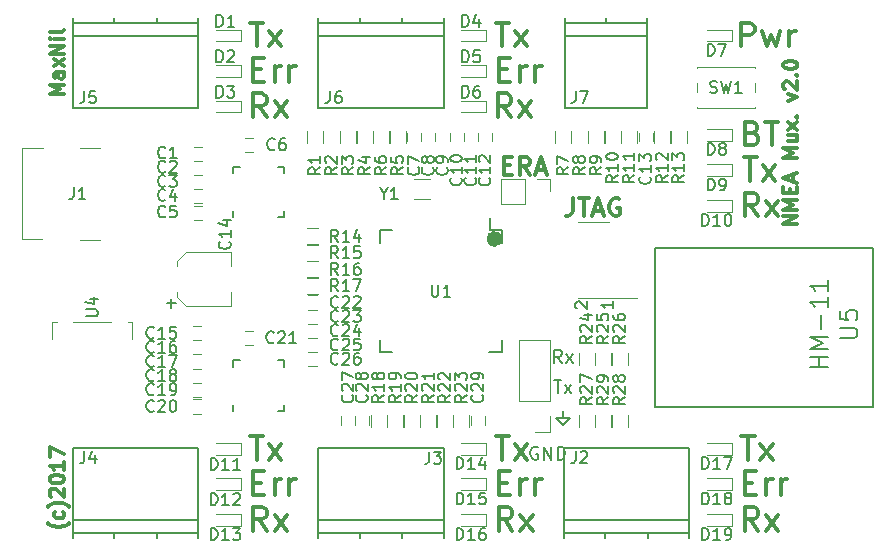
<source format=gbr>
G04 #@! TF.FileFunction,Legend,Top*
%FSLAX46Y46*%
G04 Gerber Fmt 4.6, Leading zero omitted, Abs format (unit mm)*
G04 Created by KiCad (PCBNEW 4.0.6) date 2017 July 16, Sunday 00:23:12*
%MOMM*%
%LPD*%
G01*
G04 APERTURE LIST*
%ADD10C,0.100000*%
%ADD11C,0.200000*%
%ADD12C,0.300000*%
%ADD13C,0.150000*%
%ADD14C,0.800000*%
%ADD15C,0.120000*%
G04 APERTURE END LIST*
D10*
D11*
X247600000Y-141600000D02*
X247600000Y-141000000D01*
X248200000Y-141600000D02*
X247000000Y-141600000D01*
X247600000Y-142200000D02*
X248200000Y-141600000D01*
X247000000Y-141600000D02*
X247600000Y-142200000D01*
D12*
X205342857Y-114157143D02*
X204142857Y-114157143D01*
X205000000Y-113757143D01*
X204142857Y-113357143D01*
X205342857Y-113357143D01*
X205342857Y-112271428D02*
X204714286Y-112271428D01*
X204600000Y-112328571D01*
X204542857Y-112442857D01*
X204542857Y-112671428D01*
X204600000Y-112785714D01*
X205285714Y-112271428D02*
X205342857Y-112385714D01*
X205342857Y-112671428D01*
X205285714Y-112785714D01*
X205171429Y-112842857D01*
X205057143Y-112842857D01*
X204942857Y-112785714D01*
X204885714Y-112671428D01*
X204885714Y-112385714D01*
X204828571Y-112271428D01*
X205342857Y-111814285D02*
X204542857Y-111185714D01*
X204542857Y-111814285D02*
X205342857Y-111185714D01*
X205342857Y-110728571D02*
X204142857Y-110728571D01*
X205342857Y-110042856D01*
X204142857Y-110042856D01*
X205342857Y-109471428D02*
X204542857Y-109471428D01*
X204142857Y-109471428D02*
X204200000Y-109528571D01*
X204257143Y-109471428D01*
X204200000Y-109414285D01*
X204142857Y-109471428D01*
X204257143Y-109471428D01*
X205342857Y-108728570D02*
X205285714Y-108842856D01*
X205171429Y-108899999D01*
X204142857Y-108899999D01*
X205800000Y-150471428D02*
X205742857Y-150528570D01*
X205571429Y-150642856D01*
X205457143Y-150699999D01*
X205285714Y-150757142D01*
X205000000Y-150814285D01*
X204771429Y-150814285D01*
X204485714Y-150757142D01*
X204314286Y-150699999D01*
X204200000Y-150642856D01*
X204028571Y-150528570D01*
X203971429Y-150471428D01*
X205285714Y-149499999D02*
X205342857Y-149614285D01*
X205342857Y-149842856D01*
X205285714Y-149957142D01*
X205228571Y-150014285D01*
X205114286Y-150071428D01*
X204771429Y-150071428D01*
X204657143Y-150014285D01*
X204600000Y-149957142D01*
X204542857Y-149842856D01*
X204542857Y-149614285D01*
X204600000Y-149499999D01*
X205800000Y-149099999D02*
X205742857Y-149042857D01*
X205571429Y-148928571D01*
X205457143Y-148871428D01*
X205285714Y-148814285D01*
X205000000Y-148757142D01*
X204771429Y-148757142D01*
X204485714Y-148814285D01*
X204314286Y-148871428D01*
X204200000Y-148928571D01*
X204028571Y-149042857D01*
X203971429Y-149099999D01*
X204257143Y-148242857D02*
X204200000Y-148185714D01*
X204142857Y-148071428D01*
X204142857Y-147785714D01*
X204200000Y-147671428D01*
X204257143Y-147614285D01*
X204371429Y-147557142D01*
X204485714Y-147557142D01*
X204657143Y-147614285D01*
X205342857Y-148299999D01*
X205342857Y-147557142D01*
X204142857Y-146814285D02*
X204142857Y-146700000D01*
X204200000Y-146585714D01*
X204257143Y-146528571D01*
X204371429Y-146471428D01*
X204600000Y-146414285D01*
X204885714Y-146414285D01*
X205114286Y-146471428D01*
X205228571Y-146528571D01*
X205285714Y-146585714D01*
X205342857Y-146700000D01*
X205342857Y-146814285D01*
X205285714Y-146928571D01*
X205228571Y-146985714D01*
X205114286Y-147042857D01*
X204885714Y-147100000D01*
X204600000Y-147100000D01*
X204371429Y-147042857D01*
X204257143Y-146985714D01*
X204200000Y-146928571D01*
X204142857Y-146814285D01*
X205342857Y-145271428D02*
X205342857Y-145957143D01*
X205342857Y-145614285D02*
X204142857Y-145614285D01*
X204314286Y-145728571D01*
X204428571Y-145842857D01*
X204485714Y-145957143D01*
X204142857Y-144871428D02*
X204142857Y-144071428D01*
X205342857Y-144585714D01*
X267442857Y-125185715D02*
X266242857Y-125185715D01*
X267442857Y-124500000D01*
X266242857Y-124500000D01*
X267442857Y-123928572D02*
X266242857Y-123928572D01*
X267100000Y-123528572D01*
X266242857Y-123128572D01*
X267442857Y-123128572D01*
X266814286Y-122557143D02*
X266814286Y-122157143D01*
X267442857Y-121985714D02*
X267442857Y-122557143D01*
X266242857Y-122557143D01*
X266242857Y-121985714D01*
X267100000Y-121528572D02*
X267100000Y-120957143D01*
X267442857Y-121642857D02*
X266242857Y-121242857D01*
X267442857Y-120842857D01*
X267442857Y-119528572D02*
X266242857Y-119528572D01*
X267100000Y-119128572D01*
X266242857Y-118728572D01*
X267442857Y-118728572D01*
X266642857Y-117642857D02*
X267442857Y-117642857D01*
X266642857Y-118157143D02*
X267271429Y-118157143D01*
X267385714Y-118100000D01*
X267442857Y-117985714D01*
X267442857Y-117814286D01*
X267385714Y-117700000D01*
X267328571Y-117642857D01*
X267442857Y-117185714D02*
X266642857Y-116557143D01*
X266642857Y-117185714D02*
X267442857Y-116557143D01*
X267328571Y-116100000D02*
X267385714Y-116042857D01*
X267442857Y-116100000D01*
X267385714Y-116157143D01*
X267328571Y-116100000D01*
X267442857Y-116100000D01*
X266642857Y-114728570D02*
X267442857Y-114442856D01*
X266642857Y-114157142D01*
X266357143Y-113757142D02*
X266300000Y-113699999D01*
X266242857Y-113585713D01*
X266242857Y-113299999D01*
X266300000Y-113185713D01*
X266357143Y-113128570D01*
X266471429Y-113071427D01*
X266585714Y-113071427D01*
X266757143Y-113128570D01*
X267442857Y-113814284D01*
X267442857Y-113071427D01*
X267328571Y-112557142D02*
X267385714Y-112499999D01*
X267442857Y-112557142D01*
X267385714Y-112614285D01*
X267328571Y-112557142D01*
X267442857Y-112557142D01*
X266242857Y-111757141D02*
X266242857Y-111642856D01*
X266300000Y-111528570D01*
X266357143Y-111471427D01*
X266471429Y-111414284D01*
X266700000Y-111357141D01*
X266985714Y-111357141D01*
X267214286Y-111414284D01*
X267328571Y-111471427D01*
X267385714Y-111528570D01*
X267442857Y-111642856D01*
X267442857Y-111757141D01*
X267385714Y-111871427D01*
X267328571Y-111928570D01*
X267214286Y-111985713D01*
X266985714Y-112042856D01*
X266700000Y-112042856D01*
X266471429Y-111985713D01*
X266357143Y-111928570D01*
X266300000Y-111871427D01*
X266242857Y-111757141D01*
D13*
X248747619Y-132285714D02*
X248700000Y-132238095D01*
X248652381Y-132142857D01*
X248652381Y-131904761D01*
X248700000Y-131809523D01*
X248747619Y-131761904D01*
X248842857Y-131714285D01*
X248938095Y-131714285D01*
X249080952Y-131761904D01*
X249652381Y-132333333D01*
X249652381Y-131714285D01*
D12*
X242585715Y-120192857D02*
X243085715Y-120192857D01*
X243300001Y-120978571D02*
X242585715Y-120978571D01*
X242585715Y-119478571D01*
X243300001Y-119478571D01*
X244800001Y-120978571D02*
X244300001Y-120264286D01*
X243942858Y-120978571D02*
X243942858Y-119478571D01*
X244514286Y-119478571D01*
X244657144Y-119550000D01*
X244728572Y-119621429D01*
X244800001Y-119764286D01*
X244800001Y-119978571D01*
X244728572Y-120121429D01*
X244657144Y-120192857D01*
X244514286Y-120264286D01*
X243942858Y-120264286D01*
X245371429Y-120550000D02*
X246085715Y-120550000D01*
X245228572Y-120978571D02*
X245728572Y-119478571D01*
X246228572Y-120978571D01*
X248450000Y-122978571D02*
X248450000Y-124050000D01*
X248378572Y-124264286D01*
X248235715Y-124407143D01*
X248021429Y-124478571D01*
X247878572Y-124478571D01*
X248950000Y-122978571D02*
X249807143Y-122978571D01*
X249378572Y-124478571D02*
X249378572Y-122978571D01*
X250235714Y-124050000D02*
X250950000Y-124050000D01*
X250092857Y-124478571D02*
X250592857Y-122978571D01*
X251092857Y-124478571D01*
X252378571Y-123050000D02*
X252235714Y-122978571D01*
X252021428Y-122978571D01*
X251807143Y-123050000D01*
X251664285Y-123192857D01*
X251592857Y-123335714D01*
X251521428Y-123621429D01*
X251521428Y-123835714D01*
X251592857Y-124121429D01*
X251664285Y-124264286D01*
X251807143Y-124407143D01*
X252021428Y-124478571D01*
X252164285Y-124478571D01*
X252378571Y-124407143D01*
X252450000Y-124335714D01*
X252450000Y-123835714D01*
X252164285Y-123835714D01*
D11*
X245461905Y-144050000D02*
X245357143Y-143997619D01*
X245200000Y-143997619D01*
X245042858Y-144050000D01*
X244938096Y-144154762D01*
X244885715Y-144259524D01*
X244833334Y-144469048D01*
X244833334Y-144626190D01*
X244885715Y-144835714D01*
X244938096Y-144940476D01*
X245042858Y-145045238D01*
X245200000Y-145097619D01*
X245304762Y-145097619D01*
X245461905Y-145045238D01*
X245514286Y-144992857D01*
X245514286Y-144626190D01*
X245304762Y-144626190D01*
X245985715Y-145097619D02*
X245985715Y-143997619D01*
X246614286Y-145097619D01*
X246614286Y-143997619D01*
X247138096Y-145097619D02*
X247138096Y-143997619D01*
X247400001Y-143997619D01*
X247557143Y-144050000D01*
X247661905Y-144154762D01*
X247714286Y-144259524D01*
X247766667Y-144469048D01*
X247766667Y-144626190D01*
X247714286Y-144835714D01*
X247661905Y-144940476D01*
X247557143Y-145045238D01*
X247400001Y-145097619D01*
X247138096Y-145097619D01*
X246840477Y-138397619D02*
X247469048Y-138397619D01*
X247154763Y-139497619D02*
X247154763Y-138397619D01*
X247730953Y-139497619D02*
X248307143Y-138764286D01*
X247730953Y-138764286D02*
X248307143Y-139497619D01*
X247495238Y-136897619D02*
X247128572Y-136373810D01*
X246866667Y-136897619D02*
X246866667Y-135797619D01*
X247285714Y-135797619D01*
X247390476Y-135850000D01*
X247442857Y-135902381D01*
X247495238Y-136007143D01*
X247495238Y-136164286D01*
X247442857Y-136269048D01*
X247390476Y-136321429D01*
X247285714Y-136373810D01*
X246866667Y-136373810D01*
X247861905Y-136897619D02*
X248438095Y-136164286D01*
X247861905Y-136164286D02*
X248438095Y-136897619D01*
D13*
X251852381Y-131714285D02*
X251852381Y-132285714D01*
X251852381Y-132000000D02*
X250852381Y-132000000D01*
X250995238Y-132095238D01*
X251090476Y-132190476D01*
X251138095Y-132285714D01*
D14*
X242100000Y-126400000D02*
G75*
G03X242100000Y-126400000I-300000J0D01*
G01*
D12*
X263642857Y-117457143D02*
X263928571Y-117552381D01*
X264023810Y-117647619D01*
X264119048Y-117838095D01*
X264119048Y-118123810D01*
X264023810Y-118314286D01*
X263928571Y-118409524D01*
X263738095Y-118504762D01*
X262976190Y-118504762D01*
X262976190Y-116504762D01*
X263642857Y-116504762D01*
X263833333Y-116600000D01*
X263928571Y-116695238D01*
X264023810Y-116885714D01*
X264023810Y-117076190D01*
X263928571Y-117266667D01*
X263833333Y-117361905D01*
X263642857Y-117457143D01*
X262976190Y-117457143D01*
X264690476Y-116504762D02*
X265833333Y-116504762D01*
X265261905Y-118504762D02*
X265261905Y-116504762D01*
X262890476Y-119504762D02*
X264033333Y-119504762D01*
X263461905Y-121504762D02*
X263461905Y-119504762D01*
X264509524Y-121504762D02*
X265557143Y-120171429D01*
X264509524Y-120171429D02*
X265557143Y-121504762D01*
X264119048Y-124504762D02*
X263452381Y-123552381D01*
X262976190Y-124504762D02*
X262976190Y-122504762D01*
X263738095Y-122504762D01*
X263928571Y-122600000D01*
X264023810Y-122695238D01*
X264119048Y-122885714D01*
X264119048Y-123171429D01*
X264023810Y-123361905D01*
X263928571Y-123457143D01*
X263738095Y-123552381D01*
X262976190Y-123552381D01*
X264785714Y-124504762D02*
X265833333Y-123171429D01*
X264785714Y-123171429D02*
X265833333Y-124504762D01*
X242176190Y-112057143D02*
X242842857Y-112057143D01*
X243128571Y-113104762D02*
X242176190Y-113104762D01*
X242176190Y-111104762D01*
X243128571Y-111104762D01*
X243985714Y-113104762D02*
X243985714Y-111771429D01*
X243985714Y-112152381D02*
X244080953Y-111961905D01*
X244176191Y-111866667D01*
X244366667Y-111771429D01*
X244557143Y-111771429D01*
X245223809Y-113104762D02*
X245223809Y-111771429D01*
X245223809Y-112152381D02*
X245319048Y-111961905D01*
X245414286Y-111866667D01*
X245604762Y-111771429D01*
X245795238Y-111771429D01*
X262676190Y-110104762D02*
X262676190Y-108104762D01*
X263438095Y-108104762D01*
X263628571Y-108200000D01*
X263723810Y-108295238D01*
X263819048Y-108485714D01*
X263819048Y-108771429D01*
X263723810Y-108961905D01*
X263628571Y-109057143D01*
X263438095Y-109152381D01*
X262676190Y-109152381D01*
X264485714Y-108771429D02*
X264866667Y-110104762D01*
X265247619Y-109152381D01*
X265628571Y-110104762D01*
X266009524Y-108771429D01*
X266771428Y-110104762D02*
X266771428Y-108771429D01*
X266771428Y-109152381D02*
X266866667Y-108961905D01*
X266961905Y-108866667D01*
X267152381Y-108771429D01*
X267342857Y-108771429D01*
X241890476Y-108104762D02*
X243033333Y-108104762D01*
X242461905Y-110104762D02*
X242461905Y-108104762D01*
X243509524Y-110104762D02*
X244557143Y-108771429D01*
X243509524Y-108771429D02*
X244557143Y-110104762D01*
X243219048Y-116104762D02*
X242552381Y-115152381D01*
X242076190Y-116104762D02*
X242076190Y-114104762D01*
X242838095Y-114104762D01*
X243028571Y-114200000D01*
X243123810Y-114295238D01*
X243219048Y-114485714D01*
X243219048Y-114771429D01*
X243123810Y-114961905D01*
X243028571Y-115057143D01*
X242838095Y-115152381D01*
X242076190Y-115152381D01*
X243885714Y-116104762D02*
X244933333Y-114771429D01*
X243885714Y-114771429D02*
X244933333Y-116104762D01*
X222519048Y-116104762D02*
X221852381Y-115152381D01*
X221376190Y-116104762D02*
X221376190Y-114104762D01*
X222138095Y-114104762D01*
X222328571Y-114200000D01*
X222423810Y-114295238D01*
X222519048Y-114485714D01*
X222519048Y-114771429D01*
X222423810Y-114961905D01*
X222328571Y-115057143D01*
X222138095Y-115152381D01*
X221376190Y-115152381D01*
X223185714Y-116104762D02*
X224233333Y-114771429D01*
X223185714Y-114771429D02*
X224233333Y-116104762D01*
X221376190Y-112057143D02*
X222042857Y-112057143D01*
X222328571Y-113104762D02*
X221376190Y-113104762D01*
X221376190Y-111104762D01*
X222328571Y-111104762D01*
X223185714Y-113104762D02*
X223185714Y-111771429D01*
X223185714Y-112152381D02*
X223280953Y-111961905D01*
X223376191Y-111866667D01*
X223566667Y-111771429D01*
X223757143Y-111771429D01*
X224423809Y-113104762D02*
X224423809Y-111771429D01*
X224423809Y-112152381D02*
X224519048Y-111961905D01*
X224614286Y-111866667D01*
X224804762Y-111771429D01*
X224995238Y-111771429D01*
X221090476Y-108104762D02*
X222233333Y-108104762D01*
X221661905Y-110104762D02*
X221661905Y-108104762D01*
X222709524Y-110104762D02*
X223757143Y-108771429D01*
X222709524Y-108771429D02*
X223757143Y-110104762D01*
X241890476Y-143104762D02*
X243033333Y-143104762D01*
X242461905Y-145104762D02*
X242461905Y-143104762D01*
X243509524Y-145104762D02*
X244557143Y-143771429D01*
X243509524Y-143771429D02*
X244557143Y-145104762D01*
X242176190Y-147057143D02*
X242842857Y-147057143D01*
X243128571Y-148104762D02*
X242176190Y-148104762D01*
X242176190Y-146104762D01*
X243128571Y-146104762D01*
X243985714Y-148104762D02*
X243985714Y-146771429D01*
X243985714Y-147152381D02*
X244080953Y-146961905D01*
X244176191Y-146866667D01*
X244366667Y-146771429D01*
X244557143Y-146771429D01*
X245223809Y-148104762D02*
X245223809Y-146771429D01*
X245223809Y-147152381D02*
X245319048Y-146961905D01*
X245414286Y-146866667D01*
X245604762Y-146771429D01*
X245795238Y-146771429D01*
X222519048Y-151104762D02*
X221852381Y-150152381D01*
X221376190Y-151104762D02*
X221376190Y-149104762D01*
X222138095Y-149104762D01*
X222328571Y-149200000D01*
X222423810Y-149295238D01*
X222519048Y-149485714D01*
X222519048Y-149771429D01*
X222423810Y-149961905D01*
X222328571Y-150057143D01*
X222138095Y-150152381D01*
X221376190Y-150152381D01*
X223185714Y-151104762D02*
X224233333Y-149771429D01*
X223185714Y-149771429D02*
X224233333Y-151104762D01*
X262690476Y-143104762D02*
X263833333Y-143104762D01*
X263261905Y-145104762D02*
X263261905Y-143104762D01*
X264309524Y-145104762D02*
X265357143Y-143771429D01*
X264309524Y-143771429D02*
X265357143Y-145104762D01*
X262976190Y-147057143D02*
X263642857Y-147057143D01*
X263928571Y-148104762D02*
X262976190Y-148104762D01*
X262976190Y-146104762D01*
X263928571Y-146104762D01*
X264785714Y-148104762D02*
X264785714Y-146771429D01*
X264785714Y-147152381D02*
X264880953Y-146961905D01*
X264976191Y-146866667D01*
X265166667Y-146771429D01*
X265357143Y-146771429D01*
X266023809Y-148104762D02*
X266023809Y-146771429D01*
X266023809Y-147152381D02*
X266119048Y-146961905D01*
X266214286Y-146866667D01*
X266404762Y-146771429D01*
X266595238Y-146771429D01*
X264119048Y-151104762D02*
X263452381Y-150152381D01*
X262976190Y-151104762D02*
X262976190Y-149104762D01*
X263738095Y-149104762D01*
X263928571Y-149200000D01*
X264023810Y-149295238D01*
X264119048Y-149485714D01*
X264119048Y-149771429D01*
X264023810Y-149961905D01*
X263928571Y-150057143D01*
X263738095Y-150152381D01*
X262976190Y-150152381D01*
X264785714Y-151104762D02*
X265833333Y-149771429D01*
X264785714Y-149771429D02*
X265833333Y-151104762D01*
X243319048Y-151104762D02*
X242652381Y-150152381D01*
X242176190Y-151104762D02*
X242176190Y-149104762D01*
X242938095Y-149104762D01*
X243128571Y-149200000D01*
X243223810Y-149295238D01*
X243319048Y-149485714D01*
X243319048Y-149771429D01*
X243223810Y-149961905D01*
X243128571Y-150057143D01*
X242938095Y-150152381D01*
X242176190Y-150152381D01*
X243985714Y-151104762D02*
X245033333Y-149771429D01*
X243985714Y-149771429D02*
X245033333Y-151104762D01*
X221376190Y-147057143D02*
X222042857Y-147057143D01*
X222328571Y-148104762D02*
X221376190Y-148104762D01*
X221376190Y-146104762D01*
X222328571Y-146104762D01*
X223185714Y-148104762D02*
X223185714Y-146771429D01*
X223185714Y-147152381D02*
X223280953Y-146961905D01*
X223376191Y-146866667D01*
X223566667Y-146771429D01*
X223757143Y-146771429D01*
X224423809Y-148104762D02*
X224423809Y-146771429D01*
X224423809Y-147152381D02*
X224519048Y-146961905D01*
X224614286Y-146866667D01*
X224804762Y-146771429D01*
X224995238Y-146771429D01*
X221090476Y-143104762D02*
X222233333Y-143104762D01*
X221661905Y-145104762D02*
X221661905Y-143104762D01*
X222709524Y-145104762D02*
X223757143Y-143771429D01*
X222709524Y-143771429D02*
X223757143Y-145104762D01*
D15*
X251680000Y-136100000D02*
X251680000Y-137100000D01*
X250320000Y-137100000D02*
X250320000Y-136100000D01*
D13*
X242425000Y-125675000D02*
X241425000Y-125675000D01*
X242425000Y-136025000D02*
X241350000Y-136025000D01*
X232075000Y-136025000D02*
X233150000Y-136025000D01*
X232075000Y-125675000D02*
X233150000Y-125675000D01*
X242425000Y-125675000D02*
X242425000Y-126750000D01*
X232075000Y-125675000D02*
X232075000Y-126750000D01*
X232075000Y-136025000D02*
X232075000Y-134950000D01*
X242425000Y-136025000D02*
X242425000Y-134950000D01*
X241425000Y-125675000D02*
X241425000Y-124650000D01*
D15*
X226750000Y-133600000D02*
X226050000Y-133600000D01*
X226050000Y-132400000D02*
X226750000Y-132400000D01*
X244400000Y-121340000D02*
X242340000Y-121340000D01*
X242340000Y-121340000D02*
X242340000Y-123460000D01*
X242340000Y-123460000D02*
X244400000Y-123460000D01*
X244400000Y-123460000D02*
X244400000Y-121340000D01*
X245400000Y-121340000D02*
X246460000Y-121340000D01*
X246460000Y-121340000D02*
X246460000Y-122400000D01*
X246530000Y-140130000D02*
X246530000Y-134990000D01*
X246530000Y-134990000D02*
X243870000Y-134990000D01*
X243870000Y-134990000D02*
X243870000Y-140130000D01*
X243870000Y-140130000D02*
X246530000Y-140130000D01*
X246530000Y-141400000D02*
X246530000Y-142730000D01*
X246530000Y-142730000D02*
X245200000Y-142730000D01*
X241100000Y-147700000D02*
X241100000Y-146700000D01*
X241100000Y-146700000D02*
X239000000Y-146700000D01*
X241100000Y-147700000D02*
X239000000Y-147700000D01*
X241100000Y-144700000D02*
X241100000Y-143700000D01*
X241100000Y-143700000D02*
X239000000Y-143700000D01*
X241100000Y-144700000D02*
X239000000Y-144700000D01*
X241100000Y-150700000D02*
X241100000Y-149700000D01*
X241100000Y-149700000D02*
X239000000Y-149700000D01*
X241100000Y-150700000D02*
X239000000Y-150700000D01*
X216350000Y-121000000D02*
X217050000Y-121000000D01*
X217050000Y-122200000D02*
X216350000Y-122200000D01*
X216250000Y-140000000D02*
X216950000Y-140000000D01*
X216950000Y-141200000D02*
X216250000Y-141200000D01*
X216250000Y-137400000D02*
X216950000Y-137400000D01*
X216950000Y-138600000D02*
X216250000Y-138600000D01*
X217050000Y-123400000D02*
X216350000Y-123400000D01*
X216350000Y-122200000D02*
X217050000Y-122200000D01*
X216950000Y-139800000D02*
X216250000Y-139800000D01*
X216250000Y-138600000D02*
X216950000Y-138600000D01*
X216350000Y-123600000D02*
X217050000Y-123600000D01*
X217050000Y-124800000D02*
X216350000Y-124800000D01*
X220650000Y-117900000D02*
X221350000Y-117900000D01*
X221350000Y-119100000D02*
X220650000Y-119100000D01*
X220650000Y-134200000D02*
X221350000Y-134200000D01*
X221350000Y-135400000D02*
X220650000Y-135400000D01*
X217050000Y-121000000D02*
X216350000Y-121000000D01*
X216350000Y-119800000D02*
X217050000Y-119800000D01*
X216950000Y-137400000D02*
X216250000Y-137400000D01*
X216250000Y-136200000D02*
X216950000Y-136200000D01*
X217050000Y-119800000D02*
X216350000Y-119800000D01*
X216350000Y-118600000D02*
X217050000Y-118600000D01*
X216950000Y-136200000D02*
X216250000Y-136200000D01*
X216250000Y-135000000D02*
X216950000Y-135000000D01*
X235025000Y-123075000D02*
X236375000Y-123075000D01*
X235025000Y-121325000D02*
X236375000Y-121325000D01*
D13*
X255350000Y-127150000D02*
X273850000Y-127150000D01*
X273850000Y-127150000D02*
X273850000Y-140650000D01*
X273850000Y-140650000D02*
X255350000Y-140650000D01*
X255350000Y-140650000D02*
X255350000Y-127150000D01*
D15*
X210800000Y-133425000D02*
X211150000Y-133425000D01*
X211150000Y-133425000D02*
X211150000Y-134925000D01*
X206150000Y-133425000D02*
X209350000Y-133425000D01*
X204350000Y-134925000D02*
X204350000Y-133425000D01*
X204350000Y-133425000D02*
X204750000Y-133425000D01*
X258950000Y-115350000D02*
X258950000Y-115250000D01*
X258950000Y-111850000D02*
X258950000Y-111950000D01*
X263850000Y-111950000D02*
X263850000Y-111850000D01*
X263850000Y-115350000D02*
X263850000Y-115250000D01*
X263850000Y-113950000D02*
X263850000Y-113250000D01*
X258950000Y-113950000D02*
X258950000Y-113250000D01*
X258950000Y-115350000D02*
X263850000Y-115350000D01*
X263850000Y-111850000D02*
X258950000Y-111850000D01*
X251120000Y-118300000D02*
X251120000Y-117300000D01*
X252480000Y-117300000D02*
X252480000Y-118300000D01*
X252520000Y-118300000D02*
X252520000Y-117300000D01*
X253880000Y-117300000D02*
X253880000Y-118300000D01*
X256680000Y-117300000D02*
X256680000Y-118300000D01*
X255320000Y-118300000D02*
X255320000Y-117300000D01*
X250280000Y-136100000D02*
X250280000Y-137100000D01*
X248920000Y-137100000D02*
X248920000Y-136100000D01*
X253080000Y-136100000D02*
X253080000Y-137100000D01*
X251720000Y-137100000D02*
X251720000Y-136100000D01*
X225900000Y-126920000D02*
X226900000Y-126920000D01*
X226900000Y-128280000D02*
X225900000Y-128280000D01*
X225900000Y-129720000D02*
X226900000Y-129720000D01*
X226900000Y-131080000D02*
X225900000Y-131080000D01*
X225900000Y-128320000D02*
X226900000Y-128320000D01*
X226900000Y-129680000D02*
X225900000Y-129680000D01*
X251080000Y-117300000D02*
X251080000Y-118300000D01*
X249720000Y-118300000D02*
X249720000Y-117300000D01*
X258080000Y-117300000D02*
X258080000Y-118300000D01*
X256720000Y-118300000D02*
X256720000Y-117300000D01*
X248320000Y-118300000D02*
X248320000Y-117300000D01*
X249680000Y-117300000D02*
X249680000Y-118300000D01*
X246920000Y-118300000D02*
X246920000Y-117300000D01*
X248280000Y-117300000D02*
X248280000Y-118300000D01*
X231480000Y-117300000D02*
X231480000Y-118300000D01*
X230120000Y-118300000D02*
X230120000Y-117300000D01*
X232880000Y-117300000D02*
X232880000Y-118300000D01*
X231520000Y-118300000D02*
X231520000Y-117300000D01*
X234280000Y-117300000D02*
X234280000Y-118300000D01*
X232920000Y-118300000D02*
X232920000Y-117300000D01*
X227280000Y-117300000D02*
X227280000Y-118300000D01*
X225920000Y-118300000D02*
X225920000Y-117300000D01*
X228680000Y-117300000D02*
X228680000Y-118300000D01*
X227320000Y-118300000D02*
X227320000Y-117300000D01*
X230080000Y-117300000D02*
X230080000Y-118300000D01*
X228720000Y-118300000D02*
X228720000Y-117300000D01*
X231320000Y-142300000D02*
X231320000Y-141300000D01*
X232680000Y-141300000D02*
X232680000Y-142300000D01*
X232720000Y-142300000D02*
X232720000Y-141300000D01*
X234080000Y-141300000D02*
X234080000Y-142300000D01*
X234120000Y-142300000D02*
X234120000Y-141300000D01*
X235480000Y-141300000D02*
X235480000Y-142300000D01*
X235520000Y-142300000D02*
X235520000Y-141300000D01*
X236880000Y-141300000D02*
X236880000Y-142300000D01*
X236920000Y-142300000D02*
X236920000Y-141300000D01*
X238280000Y-141300000D02*
X238280000Y-142300000D01*
X238320000Y-142300000D02*
X238320000Y-141300000D01*
X239680000Y-141300000D02*
X239680000Y-142300000D01*
X248920000Y-142300000D02*
X248920000Y-141300000D01*
X250280000Y-141300000D02*
X250280000Y-142300000D01*
X250320000Y-142300000D02*
X250320000Y-141300000D01*
X251680000Y-141300000D02*
X251680000Y-142300000D01*
X251720000Y-142300000D02*
X251720000Y-141300000D01*
X253080000Y-141300000D02*
X253080000Y-142300000D01*
X251530000Y-131415000D02*
X251530000Y-131435000D01*
X251530000Y-131435000D02*
X248870000Y-131435000D01*
X248870000Y-131435000D02*
X248870000Y-131415000D01*
X251530000Y-124985000D02*
X251530000Y-124965000D01*
X251530000Y-124965000D02*
X248870000Y-124965000D01*
X248870000Y-124965000D02*
X248870000Y-124985000D01*
X253835000Y-131415000D02*
X251530000Y-131415000D01*
D13*
X251250000Y-108100000D02*
X251250000Y-107700000D01*
X254750000Y-109200000D02*
X247750000Y-109200000D01*
X254750000Y-108100000D02*
X247750000Y-108100000D01*
X254750000Y-115300000D02*
X254750000Y-107700000D01*
X247750000Y-107700000D02*
X247750000Y-115300000D01*
X247750000Y-115300000D02*
X254750000Y-115300000D01*
X234000000Y-108100000D02*
X234000000Y-107700000D01*
X230400000Y-108100000D02*
X230400000Y-107700000D01*
X237500000Y-109200000D02*
X226900000Y-109200000D01*
X237500000Y-108100000D02*
X226900000Y-108100000D01*
X237500000Y-115300000D02*
X237500000Y-107700000D01*
X226900000Y-107700000D02*
X226900000Y-115300000D01*
X226900000Y-115300000D02*
X237500000Y-115300000D01*
X213200000Y-108100000D02*
X213200000Y-107700000D01*
X209600000Y-108100000D02*
X209600000Y-107700000D01*
X216700000Y-109200000D02*
X206100000Y-109200000D01*
X216700000Y-108100000D02*
X206100000Y-108100000D01*
X216700000Y-115300000D02*
X216700000Y-107700000D01*
X206100000Y-107700000D02*
X206100000Y-115300000D01*
X206100000Y-115300000D02*
X216700000Y-115300000D01*
X230400000Y-151300000D02*
X230400000Y-151700000D01*
X234000000Y-151300000D02*
X234000000Y-151700000D01*
X226900000Y-150200000D02*
X237500000Y-150200000D01*
X226900000Y-151300000D02*
X237500000Y-151300000D01*
X226900000Y-144100000D02*
X226900000Y-151700000D01*
X237500000Y-151700000D02*
X237500000Y-144100000D01*
X237500000Y-144100000D02*
X226900000Y-144100000D01*
D15*
X261900000Y-109700000D02*
X261900000Y-108700000D01*
X261900000Y-108700000D02*
X259800000Y-108700000D01*
X261900000Y-109700000D02*
X259800000Y-109700000D01*
X261900000Y-118100000D02*
X261900000Y-117100000D01*
X261900000Y-117100000D02*
X259800000Y-117100000D01*
X261900000Y-118100000D02*
X259800000Y-118100000D01*
X261900000Y-121100000D02*
X261900000Y-120100000D01*
X261900000Y-120100000D02*
X259800000Y-120100000D01*
X261900000Y-121100000D02*
X259800000Y-121100000D01*
X261900000Y-124100000D02*
X261900000Y-123100000D01*
X261900000Y-123100000D02*
X259800000Y-123100000D01*
X261900000Y-124100000D02*
X259800000Y-124100000D01*
X241100000Y-112700000D02*
X241100000Y-111700000D01*
X241100000Y-111700000D02*
X239000000Y-111700000D01*
X241100000Y-112700000D02*
X239000000Y-112700000D01*
X241100000Y-109700000D02*
X241100000Y-108700000D01*
X241100000Y-108700000D02*
X239000000Y-108700000D01*
X241100000Y-109700000D02*
X239000000Y-109700000D01*
X241100000Y-115700000D02*
X241100000Y-114700000D01*
X241100000Y-114700000D02*
X239000000Y-114700000D01*
X241100000Y-115700000D02*
X239000000Y-115700000D01*
X220300000Y-112700000D02*
X220300000Y-111700000D01*
X220300000Y-111700000D02*
X218200000Y-111700000D01*
X220300000Y-112700000D02*
X218200000Y-112700000D01*
X220300000Y-109700000D02*
X220300000Y-108700000D01*
X220300000Y-108700000D02*
X218200000Y-108700000D01*
X220300000Y-109700000D02*
X218200000Y-109700000D01*
X220300000Y-115700000D02*
X220300000Y-114700000D01*
X220300000Y-114700000D02*
X218200000Y-114700000D01*
X220300000Y-115700000D02*
X218200000Y-115700000D01*
X220300000Y-147700000D02*
X220300000Y-146700000D01*
X220300000Y-146700000D02*
X218200000Y-146700000D01*
X220300000Y-147700000D02*
X218200000Y-147700000D01*
X220300000Y-144700000D02*
X220300000Y-143700000D01*
X220300000Y-143700000D02*
X218200000Y-143700000D01*
X220300000Y-144700000D02*
X218200000Y-144700000D01*
X220300000Y-150700000D02*
X220300000Y-149700000D01*
X220300000Y-149700000D02*
X218200000Y-149700000D01*
X220300000Y-150700000D02*
X218200000Y-150700000D01*
X261900000Y-147700000D02*
X261900000Y-146700000D01*
X261900000Y-146700000D02*
X259800000Y-146700000D01*
X261900000Y-147700000D02*
X259800000Y-147700000D01*
X261900000Y-144700000D02*
X261900000Y-143700000D01*
X261900000Y-143700000D02*
X259800000Y-143700000D01*
X261900000Y-144700000D02*
X259800000Y-144700000D01*
X261900000Y-150700000D02*
X261900000Y-149700000D01*
X261900000Y-149700000D02*
X259800000Y-149700000D01*
X261900000Y-150700000D02*
X259800000Y-150700000D01*
X254000000Y-118150000D02*
X254000000Y-117450000D01*
X255200000Y-117450000D02*
X255200000Y-118150000D01*
X214910000Y-131320000D02*
X214910000Y-130920000D01*
X219490000Y-132090000D02*
X219490000Y-130920000D01*
X219490000Y-127510000D02*
X219490000Y-128680000D01*
X214910000Y-128280000D02*
X214910000Y-128680000D01*
X215680000Y-132090000D02*
X219490000Y-132090000D01*
X215680000Y-132090000D02*
X214910000Y-131320000D01*
X215680000Y-127510000D02*
X219490000Y-127510000D01*
X215680000Y-127510000D02*
X214910000Y-128280000D01*
X234400000Y-118150000D02*
X234400000Y-117450000D01*
X235600000Y-117450000D02*
X235600000Y-118150000D01*
X216250000Y-133800000D02*
X216950000Y-133800000D01*
X216950000Y-135000000D02*
X216250000Y-135000000D01*
X235600000Y-118150000D02*
X235600000Y-117450000D01*
X236800000Y-117450000D02*
X236800000Y-118150000D01*
X226750000Y-134800000D02*
X226050000Y-134800000D01*
X226050000Y-133600000D02*
X226750000Y-133600000D01*
X226750000Y-137200000D02*
X226050000Y-137200000D01*
X226050000Y-136000000D02*
X226750000Y-136000000D01*
X226750000Y-136000000D02*
X226050000Y-136000000D01*
X226050000Y-134800000D02*
X226750000Y-134800000D01*
X236800000Y-118150000D02*
X236800000Y-117450000D01*
X238000000Y-117450000D02*
X238000000Y-118150000D01*
X241000000Y-141450000D02*
X241000000Y-142150000D01*
X239800000Y-142150000D02*
X239800000Y-141450000D01*
X226750000Y-132400000D02*
X226050000Y-132400000D01*
X226050000Y-131200000D02*
X226750000Y-131200000D01*
X231200000Y-141450000D02*
X231200000Y-142150000D01*
X230000000Y-142150000D02*
X230000000Y-141450000D01*
X230000000Y-141450000D02*
X230000000Y-142150000D01*
X228800000Y-142150000D02*
X228800000Y-141450000D01*
X238000000Y-118150000D02*
X238000000Y-117450000D01*
X239200000Y-117450000D02*
X239200000Y-118150000D01*
X239200000Y-118150000D02*
X239200000Y-117450000D01*
X240400000Y-117450000D02*
X240400000Y-118150000D01*
X240400000Y-118150000D02*
X240400000Y-117450000D01*
X241600000Y-117450000D02*
X241600000Y-118150000D01*
D13*
X209600000Y-151300000D02*
X209600000Y-151700000D01*
X213200000Y-151300000D02*
X213200000Y-151700000D01*
X206100000Y-150200000D02*
X216700000Y-150200000D01*
X206100000Y-151300000D02*
X216700000Y-151300000D01*
X206100000Y-144100000D02*
X206100000Y-151700000D01*
X216700000Y-151700000D02*
X216700000Y-144100000D01*
X216700000Y-144100000D02*
X206100000Y-144100000D01*
D15*
X226900000Y-126880000D02*
X225900000Y-126880000D01*
X225900000Y-125520000D02*
X226900000Y-125520000D01*
D13*
X251200000Y-151300000D02*
X251200000Y-151700000D01*
X254800000Y-151300000D02*
X254800000Y-151700000D01*
X247700000Y-150200000D02*
X258300000Y-150200000D01*
X247700000Y-151300000D02*
X258300000Y-151300000D01*
X247700000Y-144100000D02*
X247700000Y-151700000D01*
X258300000Y-151700000D02*
X258300000Y-144100000D01*
X258300000Y-144100000D02*
X247700000Y-144100000D01*
X219700000Y-136700000D02*
X220225000Y-136700000D01*
X224000000Y-141000000D02*
X223475000Y-141000000D01*
X224000000Y-136700000D02*
X223475000Y-136700000D01*
X219700000Y-141000000D02*
X219700000Y-140475000D01*
X224000000Y-141000000D02*
X224000000Y-140475000D01*
X224000000Y-136700000D02*
X224000000Y-137225000D01*
X219700000Y-136700000D02*
X219700000Y-137225000D01*
X219700000Y-120300000D02*
X220225000Y-120300000D01*
X224000000Y-124600000D02*
X223475000Y-124600000D01*
X224000000Y-120300000D02*
X223475000Y-120300000D01*
X219700000Y-124600000D02*
X219700000Y-124075000D01*
X224000000Y-124600000D02*
X224000000Y-124075000D01*
X224000000Y-120300000D02*
X224000000Y-120825000D01*
X219700000Y-120300000D02*
X219700000Y-120825000D01*
D15*
X206700000Y-126500000D02*
X208400000Y-126500000D01*
X206700000Y-118750000D02*
X208400000Y-118750000D01*
X201850000Y-118750000D02*
X203550000Y-118750000D01*
X201800000Y-118750000D02*
X201800000Y-126450000D01*
X201800000Y-126450000D02*
X203500000Y-126450000D01*
D13*
X251452381Y-134642857D02*
X250976190Y-134976191D01*
X251452381Y-135214286D02*
X250452381Y-135214286D01*
X250452381Y-134833333D01*
X250500000Y-134738095D01*
X250547619Y-134690476D01*
X250642857Y-134642857D01*
X250785714Y-134642857D01*
X250880952Y-134690476D01*
X250928571Y-134738095D01*
X250976190Y-134833333D01*
X250976190Y-135214286D01*
X250547619Y-134261905D02*
X250500000Y-134214286D01*
X250452381Y-134119048D01*
X250452381Y-133880952D01*
X250500000Y-133785714D01*
X250547619Y-133738095D01*
X250642857Y-133690476D01*
X250738095Y-133690476D01*
X250880952Y-133738095D01*
X251452381Y-134309524D01*
X251452381Y-133690476D01*
X250452381Y-132785714D02*
X250452381Y-133261905D01*
X250928571Y-133309524D01*
X250880952Y-133261905D01*
X250833333Y-133166667D01*
X250833333Y-132928571D01*
X250880952Y-132833333D01*
X250928571Y-132785714D01*
X251023810Y-132738095D01*
X251261905Y-132738095D01*
X251357143Y-132785714D01*
X251404762Y-132833333D01*
X251452381Y-132928571D01*
X251452381Y-133166667D01*
X251404762Y-133261905D01*
X251357143Y-133309524D01*
X236488095Y-130302381D02*
X236488095Y-131111905D01*
X236535714Y-131207143D01*
X236583333Y-131254762D01*
X236678571Y-131302381D01*
X236869048Y-131302381D01*
X236964286Y-131254762D01*
X237011905Y-131207143D01*
X237059524Y-131111905D01*
X237059524Y-130302381D01*
X238059524Y-131302381D02*
X237488095Y-131302381D01*
X237773809Y-131302381D02*
X237773809Y-130302381D01*
X237678571Y-130445238D01*
X237583333Y-130540476D01*
X237488095Y-130588095D01*
X228557143Y-133357143D02*
X228509524Y-133404762D01*
X228366667Y-133452381D01*
X228271429Y-133452381D01*
X228128571Y-133404762D01*
X228033333Y-133309524D01*
X227985714Y-133214286D01*
X227938095Y-133023810D01*
X227938095Y-132880952D01*
X227985714Y-132690476D01*
X228033333Y-132595238D01*
X228128571Y-132500000D01*
X228271429Y-132452381D01*
X228366667Y-132452381D01*
X228509524Y-132500000D01*
X228557143Y-132547619D01*
X228938095Y-132547619D02*
X228985714Y-132500000D01*
X229080952Y-132452381D01*
X229319048Y-132452381D01*
X229414286Y-132500000D01*
X229461905Y-132547619D01*
X229509524Y-132642857D01*
X229509524Y-132738095D01*
X229461905Y-132880952D01*
X228890476Y-133452381D01*
X229509524Y-133452381D01*
X229842857Y-132452381D02*
X230461905Y-132452381D01*
X230128571Y-132833333D01*
X230271429Y-132833333D01*
X230366667Y-132880952D01*
X230414286Y-132928571D01*
X230461905Y-133023810D01*
X230461905Y-133261905D01*
X230414286Y-133357143D01*
X230366667Y-133404762D01*
X230271429Y-133452381D01*
X229985714Y-133452381D01*
X229890476Y-133404762D01*
X229842857Y-133357143D01*
X238585714Y-148902381D02*
X238585714Y-147902381D01*
X238823809Y-147902381D01*
X238966667Y-147950000D01*
X239061905Y-148045238D01*
X239109524Y-148140476D01*
X239157143Y-148330952D01*
X239157143Y-148473810D01*
X239109524Y-148664286D01*
X239061905Y-148759524D01*
X238966667Y-148854762D01*
X238823809Y-148902381D01*
X238585714Y-148902381D01*
X240109524Y-148902381D02*
X239538095Y-148902381D01*
X239823809Y-148902381D02*
X239823809Y-147902381D01*
X239728571Y-148045238D01*
X239633333Y-148140476D01*
X239538095Y-148188095D01*
X241014286Y-147902381D02*
X240538095Y-147902381D01*
X240490476Y-148378571D01*
X240538095Y-148330952D01*
X240633333Y-148283333D01*
X240871429Y-148283333D01*
X240966667Y-148330952D01*
X241014286Y-148378571D01*
X241061905Y-148473810D01*
X241061905Y-148711905D01*
X241014286Y-148807143D01*
X240966667Y-148854762D01*
X240871429Y-148902381D01*
X240633333Y-148902381D01*
X240538095Y-148854762D01*
X240490476Y-148807143D01*
X238585714Y-145902381D02*
X238585714Y-144902381D01*
X238823809Y-144902381D01*
X238966667Y-144950000D01*
X239061905Y-145045238D01*
X239109524Y-145140476D01*
X239157143Y-145330952D01*
X239157143Y-145473810D01*
X239109524Y-145664286D01*
X239061905Y-145759524D01*
X238966667Y-145854762D01*
X238823809Y-145902381D01*
X238585714Y-145902381D01*
X240109524Y-145902381D02*
X239538095Y-145902381D01*
X239823809Y-145902381D02*
X239823809Y-144902381D01*
X239728571Y-145045238D01*
X239633333Y-145140476D01*
X239538095Y-145188095D01*
X240966667Y-145235714D02*
X240966667Y-145902381D01*
X240728571Y-144854762D02*
X240490476Y-145569048D01*
X241109524Y-145569048D01*
X238585714Y-151902381D02*
X238585714Y-150902381D01*
X238823809Y-150902381D01*
X238966667Y-150950000D01*
X239061905Y-151045238D01*
X239109524Y-151140476D01*
X239157143Y-151330952D01*
X239157143Y-151473810D01*
X239109524Y-151664286D01*
X239061905Y-151759524D01*
X238966667Y-151854762D01*
X238823809Y-151902381D01*
X238585714Y-151902381D01*
X240109524Y-151902381D02*
X239538095Y-151902381D01*
X239823809Y-151902381D02*
X239823809Y-150902381D01*
X239728571Y-151045238D01*
X239633333Y-151140476D01*
X239538095Y-151188095D01*
X240966667Y-150902381D02*
X240776190Y-150902381D01*
X240680952Y-150950000D01*
X240633333Y-150997619D01*
X240538095Y-151140476D01*
X240490476Y-151330952D01*
X240490476Y-151711905D01*
X240538095Y-151807143D01*
X240585714Y-151854762D01*
X240680952Y-151902381D01*
X240871429Y-151902381D01*
X240966667Y-151854762D01*
X241014286Y-151807143D01*
X241061905Y-151711905D01*
X241061905Y-151473810D01*
X241014286Y-151378571D01*
X240966667Y-151330952D01*
X240871429Y-151283333D01*
X240680952Y-151283333D01*
X240585714Y-151330952D01*
X240538095Y-151378571D01*
X240490476Y-151473810D01*
X213933334Y-121907143D02*
X213885715Y-121954762D01*
X213742858Y-122002381D01*
X213647620Y-122002381D01*
X213504762Y-121954762D01*
X213409524Y-121859524D01*
X213361905Y-121764286D01*
X213314286Y-121573810D01*
X213314286Y-121430952D01*
X213361905Y-121240476D01*
X213409524Y-121145238D01*
X213504762Y-121050000D01*
X213647620Y-121002381D01*
X213742858Y-121002381D01*
X213885715Y-121050000D01*
X213933334Y-121097619D01*
X214266667Y-121002381D02*
X214885715Y-121002381D01*
X214552381Y-121383333D01*
X214695239Y-121383333D01*
X214790477Y-121430952D01*
X214838096Y-121478571D01*
X214885715Y-121573810D01*
X214885715Y-121811905D01*
X214838096Y-121907143D01*
X214790477Y-121954762D01*
X214695239Y-122002381D01*
X214409524Y-122002381D01*
X214314286Y-121954762D01*
X214266667Y-121907143D01*
X212957143Y-140957143D02*
X212909524Y-141004762D01*
X212766667Y-141052381D01*
X212671429Y-141052381D01*
X212528571Y-141004762D01*
X212433333Y-140909524D01*
X212385714Y-140814286D01*
X212338095Y-140623810D01*
X212338095Y-140480952D01*
X212385714Y-140290476D01*
X212433333Y-140195238D01*
X212528571Y-140100000D01*
X212671429Y-140052381D01*
X212766667Y-140052381D01*
X212909524Y-140100000D01*
X212957143Y-140147619D01*
X213338095Y-140147619D02*
X213385714Y-140100000D01*
X213480952Y-140052381D01*
X213719048Y-140052381D01*
X213814286Y-140100000D01*
X213861905Y-140147619D01*
X213909524Y-140242857D01*
X213909524Y-140338095D01*
X213861905Y-140480952D01*
X213290476Y-141052381D01*
X213909524Y-141052381D01*
X214528571Y-140052381D02*
X214623810Y-140052381D01*
X214719048Y-140100000D01*
X214766667Y-140147619D01*
X214814286Y-140242857D01*
X214861905Y-140433333D01*
X214861905Y-140671429D01*
X214814286Y-140861905D01*
X214766667Y-140957143D01*
X214719048Y-141004762D01*
X214623810Y-141052381D01*
X214528571Y-141052381D01*
X214433333Y-141004762D01*
X214385714Y-140957143D01*
X214338095Y-140861905D01*
X214290476Y-140671429D01*
X214290476Y-140433333D01*
X214338095Y-140242857D01*
X214385714Y-140147619D01*
X214433333Y-140100000D01*
X214528571Y-140052381D01*
X212957143Y-138357143D02*
X212909524Y-138404762D01*
X212766667Y-138452381D01*
X212671429Y-138452381D01*
X212528571Y-138404762D01*
X212433333Y-138309524D01*
X212385714Y-138214286D01*
X212338095Y-138023810D01*
X212338095Y-137880952D01*
X212385714Y-137690476D01*
X212433333Y-137595238D01*
X212528571Y-137500000D01*
X212671429Y-137452381D01*
X212766667Y-137452381D01*
X212909524Y-137500000D01*
X212957143Y-137547619D01*
X213909524Y-138452381D02*
X213338095Y-138452381D01*
X213623809Y-138452381D02*
X213623809Y-137452381D01*
X213528571Y-137595238D01*
X213433333Y-137690476D01*
X213338095Y-137738095D01*
X214480952Y-137880952D02*
X214385714Y-137833333D01*
X214338095Y-137785714D01*
X214290476Y-137690476D01*
X214290476Y-137642857D01*
X214338095Y-137547619D01*
X214385714Y-137500000D01*
X214480952Y-137452381D01*
X214671429Y-137452381D01*
X214766667Y-137500000D01*
X214814286Y-137547619D01*
X214861905Y-137642857D01*
X214861905Y-137690476D01*
X214814286Y-137785714D01*
X214766667Y-137833333D01*
X214671429Y-137880952D01*
X214480952Y-137880952D01*
X214385714Y-137928571D01*
X214338095Y-137976190D01*
X214290476Y-138071429D01*
X214290476Y-138261905D01*
X214338095Y-138357143D01*
X214385714Y-138404762D01*
X214480952Y-138452381D01*
X214671429Y-138452381D01*
X214766667Y-138404762D01*
X214814286Y-138357143D01*
X214861905Y-138261905D01*
X214861905Y-138071429D01*
X214814286Y-137976190D01*
X214766667Y-137928571D01*
X214671429Y-137880952D01*
X213933334Y-123107143D02*
X213885715Y-123154762D01*
X213742858Y-123202381D01*
X213647620Y-123202381D01*
X213504762Y-123154762D01*
X213409524Y-123059524D01*
X213361905Y-122964286D01*
X213314286Y-122773810D01*
X213314286Y-122630952D01*
X213361905Y-122440476D01*
X213409524Y-122345238D01*
X213504762Y-122250000D01*
X213647620Y-122202381D01*
X213742858Y-122202381D01*
X213885715Y-122250000D01*
X213933334Y-122297619D01*
X214790477Y-122535714D02*
X214790477Y-123202381D01*
X214552381Y-122154762D02*
X214314286Y-122869048D01*
X214933334Y-122869048D01*
X212957143Y-139557143D02*
X212909524Y-139604762D01*
X212766667Y-139652381D01*
X212671429Y-139652381D01*
X212528571Y-139604762D01*
X212433333Y-139509524D01*
X212385714Y-139414286D01*
X212338095Y-139223810D01*
X212338095Y-139080952D01*
X212385714Y-138890476D01*
X212433333Y-138795238D01*
X212528571Y-138700000D01*
X212671429Y-138652381D01*
X212766667Y-138652381D01*
X212909524Y-138700000D01*
X212957143Y-138747619D01*
X213909524Y-139652381D02*
X213338095Y-139652381D01*
X213623809Y-139652381D02*
X213623809Y-138652381D01*
X213528571Y-138795238D01*
X213433333Y-138890476D01*
X213338095Y-138938095D01*
X214385714Y-139652381D02*
X214576190Y-139652381D01*
X214671429Y-139604762D01*
X214719048Y-139557143D01*
X214814286Y-139414286D01*
X214861905Y-139223810D01*
X214861905Y-138842857D01*
X214814286Y-138747619D01*
X214766667Y-138700000D01*
X214671429Y-138652381D01*
X214480952Y-138652381D01*
X214385714Y-138700000D01*
X214338095Y-138747619D01*
X214290476Y-138842857D01*
X214290476Y-139080952D01*
X214338095Y-139176190D01*
X214385714Y-139223810D01*
X214480952Y-139271429D01*
X214671429Y-139271429D01*
X214766667Y-139223810D01*
X214814286Y-139176190D01*
X214861905Y-139080952D01*
X213933334Y-124507143D02*
X213885715Y-124554762D01*
X213742858Y-124602381D01*
X213647620Y-124602381D01*
X213504762Y-124554762D01*
X213409524Y-124459524D01*
X213361905Y-124364286D01*
X213314286Y-124173810D01*
X213314286Y-124030952D01*
X213361905Y-123840476D01*
X213409524Y-123745238D01*
X213504762Y-123650000D01*
X213647620Y-123602381D01*
X213742858Y-123602381D01*
X213885715Y-123650000D01*
X213933334Y-123697619D01*
X214838096Y-123602381D02*
X214361905Y-123602381D01*
X214314286Y-124078571D01*
X214361905Y-124030952D01*
X214457143Y-123983333D01*
X214695239Y-123983333D01*
X214790477Y-124030952D01*
X214838096Y-124078571D01*
X214885715Y-124173810D01*
X214885715Y-124411905D01*
X214838096Y-124507143D01*
X214790477Y-124554762D01*
X214695239Y-124602381D01*
X214457143Y-124602381D01*
X214361905Y-124554762D01*
X214314286Y-124507143D01*
X223183334Y-118807143D02*
X223135715Y-118854762D01*
X222992858Y-118902381D01*
X222897620Y-118902381D01*
X222754762Y-118854762D01*
X222659524Y-118759524D01*
X222611905Y-118664286D01*
X222564286Y-118473810D01*
X222564286Y-118330952D01*
X222611905Y-118140476D01*
X222659524Y-118045238D01*
X222754762Y-117950000D01*
X222897620Y-117902381D01*
X222992858Y-117902381D01*
X223135715Y-117950000D01*
X223183334Y-117997619D01*
X224040477Y-117902381D02*
X223850000Y-117902381D01*
X223754762Y-117950000D01*
X223707143Y-117997619D01*
X223611905Y-118140476D01*
X223564286Y-118330952D01*
X223564286Y-118711905D01*
X223611905Y-118807143D01*
X223659524Y-118854762D01*
X223754762Y-118902381D01*
X223945239Y-118902381D01*
X224040477Y-118854762D01*
X224088096Y-118807143D01*
X224135715Y-118711905D01*
X224135715Y-118473810D01*
X224088096Y-118378571D01*
X224040477Y-118330952D01*
X223945239Y-118283333D01*
X223754762Y-118283333D01*
X223659524Y-118330952D01*
X223611905Y-118378571D01*
X223564286Y-118473810D01*
X223107143Y-135157143D02*
X223059524Y-135204762D01*
X222916667Y-135252381D01*
X222821429Y-135252381D01*
X222678571Y-135204762D01*
X222583333Y-135109524D01*
X222535714Y-135014286D01*
X222488095Y-134823810D01*
X222488095Y-134680952D01*
X222535714Y-134490476D01*
X222583333Y-134395238D01*
X222678571Y-134300000D01*
X222821429Y-134252381D01*
X222916667Y-134252381D01*
X223059524Y-134300000D01*
X223107143Y-134347619D01*
X223488095Y-134347619D02*
X223535714Y-134300000D01*
X223630952Y-134252381D01*
X223869048Y-134252381D01*
X223964286Y-134300000D01*
X224011905Y-134347619D01*
X224059524Y-134442857D01*
X224059524Y-134538095D01*
X224011905Y-134680952D01*
X223440476Y-135252381D01*
X224059524Y-135252381D01*
X225011905Y-135252381D02*
X224440476Y-135252381D01*
X224726190Y-135252381D02*
X224726190Y-134252381D01*
X224630952Y-134395238D01*
X224535714Y-134490476D01*
X224440476Y-134538095D01*
X213933334Y-120707143D02*
X213885715Y-120754762D01*
X213742858Y-120802381D01*
X213647620Y-120802381D01*
X213504762Y-120754762D01*
X213409524Y-120659524D01*
X213361905Y-120564286D01*
X213314286Y-120373810D01*
X213314286Y-120230952D01*
X213361905Y-120040476D01*
X213409524Y-119945238D01*
X213504762Y-119850000D01*
X213647620Y-119802381D01*
X213742858Y-119802381D01*
X213885715Y-119850000D01*
X213933334Y-119897619D01*
X214314286Y-119897619D02*
X214361905Y-119850000D01*
X214457143Y-119802381D01*
X214695239Y-119802381D01*
X214790477Y-119850000D01*
X214838096Y-119897619D01*
X214885715Y-119992857D01*
X214885715Y-120088095D01*
X214838096Y-120230952D01*
X214266667Y-120802381D01*
X214885715Y-120802381D01*
X212957143Y-137157143D02*
X212909524Y-137204762D01*
X212766667Y-137252381D01*
X212671429Y-137252381D01*
X212528571Y-137204762D01*
X212433333Y-137109524D01*
X212385714Y-137014286D01*
X212338095Y-136823810D01*
X212338095Y-136680952D01*
X212385714Y-136490476D01*
X212433333Y-136395238D01*
X212528571Y-136300000D01*
X212671429Y-136252381D01*
X212766667Y-136252381D01*
X212909524Y-136300000D01*
X212957143Y-136347619D01*
X213909524Y-137252381D02*
X213338095Y-137252381D01*
X213623809Y-137252381D02*
X213623809Y-136252381D01*
X213528571Y-136395238D01*
X213433333Y-136490476D01*
X213338095Y-136538095D01*
X214242857Y-136252381D02*
X214909524Y-136252381D01*
X214480952Y-137252381D01*
X213933334Y-119507143D02*
X213885715Y-119554762D01*
X213742858Y-119602381D01*
X213647620Y-119602381D01*
X213504762Y-119554762D01*
X213409524Y-119459524D01*
X213361905Y-119364286D01*
X213314286Y-119173810D01*
X213314286Y-119030952D01*
X213361905Y-118840476D01*
X213409524Y-118745238D01*
X213504762Y-118650000D01*
X213647620Y-118602381D01*
X213742858Y-118602381D01*
X213885715Y-118650000D01*
X213933334Y-118697619D01*
X214885715Y-119602381D02*
X214314286Y-119602381D01*
X214600000Y-119602381D02*
X214600000Y-118602381D01*
X214504762Y-118745238D01*
X214409524Y-118840476D01*
X214314286Y-118888095D01*
X212957143Y-135957143D02*
X212909524Y-136004762D01*
X212766667Y-136052381D01*
X212671429Y-136052381D01*
X212528571Y-136004762D01*
X212433333Y-135909524D01*
X212385714Y-135814286D01*
X212338095Y-135623810D01*
X212338095Y-135480952D01*
X212385714Y-135290476D01*
X212433333Y-135195238D01*
X212528571Y-135100000D01*
X212671429Y-135052381D01*
X212766667Y-135052381D01*
X212909524Y-135100000D01*
X212957143Y-135147619D01*
X213909524Y-136052381D02*
X213338095Y-136052381D01*
X213623809Y-136052381D02*
X213623809Y-135052381D01*
X213528571Y-135195238D01*
X213433333Y-135290476D01*
X213338095Y-135338095D01*
X214766667Y-135052381D02*
X214576190Y-135052381D01*
X214480952Y-135100000D01*
X214433333Y-135147619D01*
X214338095Y-135290476D01*
X214290476Y-135480952D01*
X214290476Y-135861905D01*
X214338095Y-135957143D01*
X214385714Y-136004762D01*
X214480952Y-136052381D01*
X214671429Y-136052381D01*
X214766667Y-136004762D01*
X214814286Y-135957143D01*
X214861905Y-135861905D01*
X214861905Y-135623810D01*
X214814286Y-135528571D01*
X214766667Y-135480952D01*
X214671429Y-135433333D01*
X214480952Y-135433333D01*
X214385714Y-135480952D01*
X214338095Y-135528571D01*
X214290476Y-135623810D01*
X232423809Y-122576190D02*
X232423809Y-123052381D01*
X232090476Y-122052381D02*
X232423809Y-122576190D01*
X232757143Y-122052381D01*
X233614286Y-123052381D02*
X233042857Y-123052381D01*
X233328571Y-123052381D02*
X233328571Y-122052381D01*
X233233333Y-122195238D01*
X233138095Y-122290476D01*
X233042857Y-122338095D01*
X271028571Y-134792857D02*
X272242857Y-134792857D01*
X272385714Y-134721429D01*
X272457143Y-134650000D01*
X272528571Y-134507143D01*
X272528571Y-134221429D01*
X272457143Y-134078571D01*
X272385714Y-134007143D01*
X272242857Y-133935714D01*
X271028571Y-133935714D01*
X271028571Y-132507142D02*
X271028571Y-133221428D01*
X271742857Y-133292857D01*
X271671429Y-133221428D01*
X271600000Y-133078571D01*
X271600000Y-132721428D01*
X271671429Y-132578571D01*
X271742857Y-132507142D01*
X271885714Y-132435714D01*
X272242857Y-132435714D01*
X272385714Y-132507142D01*
X272457143Y-132578571D01*
X272528571Y-132721428D01*
X272528571Y-133078571D01*
X272457143Y-133221428D01*
X272385714Y-133292857D01*
X270028571Y-137292857D02*
X268528571Y-137292857D01*
X269242857Y-137292857D02*
X269242857Y-136435714D01*
X270028571Y-136435714D02*
X268528571Y-136435714D01*
X270028571Y-135721428D02*
X268528571Y-135721428D01*
X269600000Y-135221428D01*
X268528571Y-134721428D01*
X270028571Y-134721428D01*
X269457143Y-134007142D02*
X269457143Y-132864285D01*
X270028571Y-131364285D02*
X270028571Y-132221428D01*
X270028571Y-131792856D02*
X268528571Y-131792856D01*
X268742857Y-131935713D01*
X268885714Y-132078571D01*
X268957143Y-132221428D01*
X270028571Y-129935714D02*
X270028571Y-130792857D01*
X270028571Y-130364285D02*
X268528571Y-130364285D01*
X268742857Y-130507142D01*
X268885714Y-130650000D01*
X268957143Y-130792857D01*
X207202381Y-132961905D02*
X208011905Y-132961905D01*
X208107143Y-132914286D01*
X208154762Y-132866667D01*
X208202381Y-132771429D01*
X208202381Y-132580952D01*
X208154762Y-132485714D01*
X208107143Y-132438095D01*
X208011905Y-132390476D01*
X207202381Y-132390476D01*
X207535714Y-131485714D02*
X208202381Y-131485714D01*
X207154762Y-131723810D02*
X207869048Y-131961905D01*
X207869048Y-131342857D01*
X260066667Y-114004762D02*
X260209524Y-114052381D01*
X260447620Y-114052381D01*
X260542858Y-114004762D01*
X260590477Y-113957143D01*
X260638096Y-113861905D01*
X260638096Y-113766667D01*
X260590477Y-113671429D01*
X260542858Y-113623810D01*
X260447620Y-113576190D01*
X260257143Y-113528571D01*
X260161905Y-113480952D01*
X260114286Y-113433333D01*
X260066667Y-113338095D01*
X260066667Y-113242857D01*
X260114286Y-113147619D01*
X260161905Y-113100000D01*
X260257143Y-113052381D01*
X260495239Y-113052381D01*
X260638096Y-113100000D01*
X260971429Y-113052381D02*
X261209524Y-114052381D01*
X261400001Y-113338095D01*
X261590477Y-114052381D01*
X261828572Y-113052381D01*
X262733334Y-114052381D02*
X262161905Y-114052381D01*
X262447619Y-114052381D02*
X262447619Y-113052381D01*
X262352381Y-113195238D01*
X262257143Y-113290476D01*
X262161905Y-113338095D01*
X252252381Y-121042857D02*
X251776190Y-121376191D01*
X252252381Y-121614286D02*
X251252381Y-121614286D01*
X251252381Y-121233333D01*
X251300000Y-121138095D01*
X251347619Y-121090476D01*
X251442857Y-121042857D01*
X251585714Y-121042857D01*
X251680952Y-121090476D01*
X251728571Y-121138095D01*
X251776190Y-121233333D01*
X251776190Y-121614286D01*
X252252381Y-120090476D02*
X252252381Y-120661905D01*
X252252381Y-120376191D02*
X251252381Y-120376191D01*
X251395238Y-120471429D01*
X251490476Y-120566667D01*
X251538095Y-120661905D01*
X251252381Y-119471429D02*
X251252381Y-119376190D01*
X251300000Y-119280952D01*
X251347619Y-119233333D01*
X251442857Y-119185714D01*
X251633333Y-119138095D01*
X251871429Y-119138095D01*
X252061905Y-119185714D01*
X252157143Y-119233333D01*
X252204762Y-119280952D01*
X252252381Y-119376190D01*
X252252381Y-119471429D01*
X252204762Y-119566667D01*
X252157143Y-119614286D01*
X252061905Y-119661905D01*
X251871429Y-119709524D01*
X251633333Y-119709524D01*
X251442857Y-119661905D01*
X251347619Y-119614286D01*
X251300000Y-119566667D01*
X251252381Y-119471429D01*
X253652381Y-121042857D02*
X253176190Y-121376191D01*
X253652381Y-121614286D02*
X252652381Y-121614286D01*
X252652381Y-121233333D01*
X252700000Y-121138095D01*
X252747619Y-121090476D01*
X252842857Y-121042857D01*
X252985714Y-121042857D01*
X253080952Y-121090476D01*
X253128571Y-121138095D01*
X253176190Y-121233333D01*
X253176190Y-121614286D01*
X253652381Y-120090476D02*
X253652381Y-120661905D01*
X253652381Y-120376191D02*
X252652381Y-120376191D01*
X252795238Y-120471429D01*
X252890476Y-120566667D01*
X252938095Y-120661905D01*
X253652381Y-119138095D02*
X253652381Y-119709524D01*
X253652381Y-119423810D02*
X252652381Y-119423810D01*
X252795238Y-119519048D01*
X252890476Y-119614286D01*
X252938095Y-119709524D01*
X256452381Y-121042857D02*
X255976190Y-121376191D01*
X256452381Y-121614286D02*
X255452381Y-121614286D01*
X255452381Y-121233333D01*
X255500000Y-121138095D01*
X255547619Y-121090476D01*
X255642857Y-121042857D01*
X255785714Y-121042857D01*
X255880952Y-121090476D01*
X255928571Y-121138095D01*
X255976190Y-121233333D01*
X255976190Y-121614286D01*
X256452381Y-120090476D02*
X256452381Y-120661905D01*
X256452381Y-120376191D02*
X255452381Y-120376191D01*
X255595238Y-120471429D01*
X255690476Y-120566667D01*
X255738095Y-120661905D01*
X255547619Y-119709524D02*
X255500000Y-119661905D01*
X255452381Y-119566667D01*
X255452381Y-119328571D01*
X255500000Y-119233333D01*
X255547619Y-119185714D01*
X255642857Y-119138095D01*
X255738095Y-119138095D01*
X255880952Y-119185714D01*
X256452381Y-119757143D01*
X256452381Y-119138095D01*
X250052381Y-134642857D02*
X249576190Y-134976191D01*
X250052381Y-135214286D02*
X249052381Y-135214286D01*
X249052381Y-134833333D01*
X249100000Y-134738095D01*
X249147619Y-134690476D01*
X249242857Y-134642857D01*
X249385714Y-134642857D01*
X249480952Y-134690476D01*
X249528571Y-134738095D01*
X249576190Y-134833333D01*
X249576190Y-135214286D01*
X249147619Y-134261905D02*
X249100000Y-134214286D01*
X249052381Y-134119048D01*
X249052381Y-133880952D01*
X249100000Y-133785714D01*
X249147619Y-133738095D01*
X249242857Y-133690476D01*
X249338095Y-133690476D01*
X249480952Y-133738095D01*
X250052381Y-134309524D01*
X250052381Y-133690476D01*
X249385714Y-132833333D02*
X250052381Y-132833333D01*
X249004762Y-133071429D02*
X249719048Y-133309524D01*
X249719048Y-132690476D01*
X252852381Y-134642857D02*
X252376190Y-134976191D01*
X252852381Y-135214286D02*
X251852381Y-135214286D01*
X251852381Y-134833333D01*
X251900000Y-134738095D01*
X251947619Y-134690476D01*
X252042857Y-134642857D01*
X252185714Y-134642857D01*
X252280952Y-134690476D01*
X252328571Y-134738095D01*
X252376190Y-134833333D01*
X252376190Y-135214286D01*
X251947619Y-134261905D02*
X251900000Y-134214286D01*
X251852381Y-134119048D01*
X251852381Y-133880952D01*
X251900000Y-133785714D01*
X251947619Y-133738095D01*
X252042857Y-133690476D01*
X252138095Y-133690476D01*
X252280952Y-133738095D01*
X252852381Y-134309524D01*
X252852381Y-133690476D01*
X251852381Y-132833333D02*
X251852381Y-133023810D01*
X251900000Y-133119048D01*
X251947619Y-133166667D01*
X252090476Y-133261905D01*
X252280952Y-133309524D01*
X252661905Y-133309524D01*
X252757143Y-133261905D01*
X252804762Y-133214286D01*
X252852381Y-133119048D01*
X252852381Y-132928571D01*
X252804762Y-132833333D01*
X252757143Y-132785714D01*
X252661905Y-132738095D01*
X252423810Y-132738095D01*
X252328571Y-132785714D01*
X252280952Y-132833333D01*
X252233333Y-132928571D01*
X252233333Y-133119048D01*
X252280952Y-133214286D01*
X252328571Y-133261905D01*
X252423810Y-133309524D01*
X228557143Y-128052381D02*
X228223809Y-127576190D01*
X227985714Y-128052381D02*
X227985714Y-127052381D01*
X228366667Y-127052381D01*
X228461905Y-127100000D01*
X228509524Y-127147619D01*
X228557143Y-127242857D01*
X228557143Y-127385714D01*
X228509524Y-127480952D01*
X228461905Y-127528571D01*
X228366667Y-127576190D01*
X227985714Y-127576190D01*
X229509524Y-128052381D02*
X228938095Y-128052381D01*
X229223809Y-128052381D02*
X229223809Y-127052381D01*
X229128571Y-127195238D01*
X229033333Y-127290476D01*
X228938095Y-127338095D01*
X230414286Y-127052381D02*
X229938095Y-127052381D01*
X229890476Y-127528571D01*
X229938095Y-127480952D01*
X230033333Y-127433333D01*
X230271429Y-127433333D01*
X230366667Y-127480952D01*
X230414286Y-127528571D01*
X230461905Y-127623810D01*
X230461905Y-127861905D01*
X230414286Y-127957143D01*
X230366667Y-128004762D01*
X230271429Y-128052381D01*
X230033333Y-128052381D01*
X229938095Y-128004762D01*
X229890476Y-127957143D01*
X228557143Y-130852381D02*
X228223809Y-130376190D01*
X227985714Y-130852381D02*
X227985714Y-129852381D01*
X228366667Y-129852381D01*
X228461905Y-129900000D01*
X228509524Y-129947619D01*
X228557143Y-130042857D01*
X228557143Y-130185714D01*
X228509524Y-130280952D01*
X228461905Y-130328571D01*
X228366667Y-130376190D01*
X227985714Y-130376190D01*
X229509524Y-130852381D02*
X228938095Y-130852381D01*
X229223809Y-130852381D02*
X229223809Y-129852381D01*
X229128571Y-129995238D01*
X229033333Y-130090476D01*
X228938095Y-130138095D01*
X229842857Y-129852381D02*
X230509524Y-129852381D01*
X230080952Y-130852381D01*
X228557143Y-129452381D02*
X228223809Y-128976190D01*
X227985714Y-129452381D02*
X227985714Y-128452381D01*
X228366667Y-128452381D01*
X228461905Y-128500000D01*
X228509524Y-128547619D01*
X228557143Y-128642857D01*
X228557143Y-128785714D01*
X228509524Y-128880952D01*
X228461905Y-128928571D01*
X228366667Y-128976190D01*
X227985714Y-128976190D01*
X229509524Y-129452381D02*
X228938095Y-129452381D01*
X229223809Y-129452381D02*
X229223809Y-128452381D01*
X229128571Y-128595238D01*
X229033333Y-128690476D01*
X228938095Y-128738095D01*
X230366667Y-128452381D02*
X230176190Y-128452381D01*
X230080952Y-128500000D01*
X230033333Y-128547619D01*
X229938095Y-128690476D01*
X229890476Y-128880952D01*
X229890476Y-129261905D01*
X229938095Y-129357143D01*
X229985714Y-129404762D01*
X230080952Y-129452381D01*
X230271429Y-129452381D01*
X230366667Y-129404762D01*
X230414286Y-129357143D01*
X230461905Y-129261905D01*
X230461905Y-129023810D01*
X230414286Y-128928571D01*
X230366667Y-128880952D01*
X230271429Y-128833333D01*
X230080952Y-128833333D01*
X229985714Y-128880952D01*
X229938095Y-128928571D01*
X229890476Y-129023810D01*
X250852381Y-120366666D02*
X250376190Y-120700000D01*
X250852381Y-120938095D02*
X249852381Y-120938095D01*
X249852381Y-120557142D01*
X249900000Y-120461904D01*
X249947619Y-120414285D01*
X250042857Y-120366666D01*
X250185714Y-120366666D01*
X250280952Y-120414285D01*
X250328571Y-120461904D01*
X250376190Y-120557142D01*
X250376190Y-120938095D01*
X250852381Y-119890476D02*
X250852381Y-119700000D01*
X250804762Y-119604761D01*
X250757143Y-119557142D01*
X250614286Y-119461904D01*
X250423810Y-119414285D01*
X250042857Y-119414285D01*
X249947619Y-119461904D01*
X249900000Y-119509523D01*
X249852381Y-119604761D01*
X249852381Y-119795238D01*
X249900000Y-119890476D01*
X249947619Y-119938095D01*
X250042857Y-119985714D01*
X250280952Y-119985714D01*
X250376190Y-119938095D01*
X250423810Y-119890476D01*
X250471429Y-119795238D01*
X250471429Y-119604761D01*
X250423810Y-119509523D01*
X250376190Y-119461904D01*
X250280952Y-119414285D01*
X257852381Y-121042857D02*
X257376190Y-121376191D01*
X257852381Y-121614286D02*
X256852381Y-121614286D01*
X256852381Y-121233333D01*
X256900000Y-121138095D01*
X256947619Y-121090476D01*
X257042857Y-121042857D01*
X257185714Y-121042857D01*
X257280952Y-121090476D01*
X257328571Y-121138095D01*
X257376190Y-121233333D01*
X257376190Y-121614286D01*
X257852381Y-120090476D02*
X257852381Y-120661905D01*
X257852381Y-120376191D02*
X256852381Y-120376191D01*
X256995238Y-120471429D01*
X257090476Y-120566667D01*
X257138095Y-120661905D01*
X256852381Y-119757143D02*
X256852381Y-119138095D01*
X257233333Y-119471429D01*
X257233333Y-119328571D01*
X257280952Y-119233333D01*
X257328571Y-119185714D01*
X257423810Y-119138095D01*
X257661905Y-119138095D01*
X257757143Y-119185714D01*
X257804762Y-119233333D01*
X257852381Y-119328571D01*
X257852381Y-119614286D01*
X257804762Y-119709524D01*
X257757143Y-119757143D01*
X249452381Y-120366666D02*
X248976190Y-120700000D01*
X249452381Y-120938095D02*
X248452381Y-120938095D01*
X248452381Y-120557142D01*
X248500000Y-120461904D01*
X248547619Y-120414285D01*
X248642857Y-120366666D01*
X248785714Y-120366666D01*
X248880952Y-120414285D01*
X248928571Y-120461904D01*
X248976190Y-120557142D01*
X248976190Y-120938095D01*
X248880952Y-119795238D02*
X248833333Y-119890476D01*
X248785714Y-119938095D01*
X248690476Y-119985714D01*
X248642857Y-119985714D01*
X248547619Y-119938095D01*
X248500000Y-119890476D01*
X248452381Y-119795238D01*
X248452381Y-119604761D01*
X248500000Y-119509523D01*
X248547619Y-119461904D01*
X248642857Y-119414285D01*
X248690476Y-119414285D01*
X248785714Y-119461904D01*
X248833333Y-119509523D01*
X248880952Y-119604761D01*
X248880952Y-119795238D01*
X248928571Y-119890476D01*
X248976190Y-119938095D01*
X249071429Y-119985714D01*
X249261905Y-119985714D01*
X249357143Y-119938095D01*
X249404762Y-119890476D01*
X249452381Y-119795238D01*
X249452381Y-119604761D01*
X249404762Y-119509523D01*
X249357143Y-119461904D01*
X249261905Y-119414285D01*
X249071429Y-119414285D01*
X248976190Y-119461904D01*
X248928571Y-119509523D01*
X248880952Y-119604761D01*
X248052381Y-120366666D02*
X247576190Y-120700000D01*
X248052381Y-120938095D02*
X247052381Y-120938095D01*
X247052381Y-120557142D01*
X247100000Y-120461904D01*
X247147619Y-120414285D01*
X247242857Y-120366666D01*
X247385714Y-120366666D01*
X247480952Y-120414285D01*
X247528571Y-120461904D01*
X247576190Y-120557142D01*
X247576190Y-120938095D01*
X247052381Y-120033333D02*
X247052381Y-119366666D01*
X248052381Y-119795238D01*
X231252381Y-120366666D02*
X230776190Y-120700000D01*
X231252381Y-120938095D02*
X230252381Y-120938095D01*
X230252381Y-120557142D01*
X230300000Y-120461904D01*
X230347619Y-120414285D01*
X230442857Y-120366666D01*
X230585714Y-120366666D01*
X230680952Y-120414285D01*
X230728571Y-120461904D01*
X230776190Y-120557142D01*
X230776190Y-120938095D01*
X230585714Y-119509523D02*
X231252381Y-119509523D01*
X230204762Y-119747619D02*
X230919048Y-119985714D01*
X230919048Y-119366666D01*
X232652381Y-120366666D02*
X232176190Y-120700000D01*
X232652381Y-120938095D02*
X231652381Y-120938095D01*
X231652381Y-120557142D01*
X231700000Y-120461904D01*
X231747619Y-120414285D01*
X231842857Y-120366666D01*
X231985714Y-120366666D01*
X232080952Y-120414285D01*
X232128571Y-120461904D01*
X232176190Y-120557142D01*
X232176190Y-120938095D01*
X231652381Y-119509523D02*
X231652381Y-119700000D01*
X231700000Y-119795238D01*
X231747619Y-119842857D01*
X231890476Y-119938095D01*
X232080952Y-119985714D01*
X232461905Y-119985714D01*
X232557143Y-119938095D01*
X232604762Y-119890476D01*
X232652381Y-119795238D01*
X232652381Y-119604761D01*
X232604762Y-119509523D01*
X232557143Y-119461904D01*
X232461905Y-119414285D01*
X232223810Y-119414285D01*
X232128571Y-119461904D01*
X232080952Y-119509523D01*
X232033333Y-119604761D01*
X232033333Y-119795238D01*
X232080952Y-119890476D01*
X232128571Y-119938095D01*
X232223810Y-119985714D01*
X234052381Y-120366666D02*
X233576190Y-120700000D01*
X234052381Y-120938095D02*
X233052381Y-120938095D01*
X233052381Y-120557142D01*
X233100000Y-120461904D01*
X233147619Y-120414285D01*
X233242857Y-120366666D01*
X233385714Y-120366666D01*
X233480952Y-120414285D01*
X233528571Y-120461904D01*
X233576190Y-120557142D01*
X233576190Y-120938095D01*
X233052381Y-119461904D02*
X233052381Y-119938095D01*
X233528571Y-119985714D01*
X233480952Y-119938095D01*
X233433333Y-119842857D01*
X233433333Y-119604761D01*
X233480952Y-119509523D01*
X233528571Y-119461904D01*
X233623810Y-119414285D01*
X233861905Y-119414285D01*
X233957143Y-119461904D01*
X234004762Y-119509523D01*
X234052381Y-119604761D01*
X234052381Y-119842857D01*
X234004762Y-119938095D01*
X233957143Y-119985714D01*
X227052381Y-120366666D02*
X226576190Y-120700000D01*
X227052381Y-120938095D02*
X226052381Y-120938095D01*
X226052381Y-120557142D01*
X226100000Y-120461904D01*
X226147619Y-120414285D01*
X226242857Y-120366666D01*
X226385714Y-120366666D01*
X226480952Y-120414285D01*
X226528571Y-120461904D01*
X226576190Y-120557142D01*
X226576190Y-120938095D01*
X227052381Y-119414285D02*
X227052381Y-119985714D01*
X227052381Y-119700000D02*
X226052381Y-119700000D01*
X226195238Y-119795238D01*
X226290476Y-119890476D01*
X226338095Y-119985714D01*
X228452381Y-120366666D02*
X227976190Y-120700000D01*
X228452381Y-120938095D02*
X227452381Y-120938095D01*
X227452381Y-120557142D01*
X227500000Y-120461904D01*
X227547619Y-120414285D01*
X227642857Y-120366666D01*
X227785714Y-120366666D01*
X227880952Y-120414285D01*
X227928571Y-120461904D01*
X227976190Y-120557142D01*
X227976190Y-120938095D01*
X227547619Y-119985714D02*
X227500000Y-119938095D01*
X227452381Y-119842857D01*
X227452381Y-119604761D01*
X227500000Y-119509523D01*
X227547619Y-119461904D01*
X227642857Y-119414285D01*
X227738095Y-119414285D01*
X227880952Y-119461904D01*
X228452381Y-120033333D01*
X228452381Y-119414285D01*
X229852381Y-120366666D02*
X229376190Y-120700000D01*
X229852381Y-120938095D02*
X228852381Y-120938095D01*
X228852381Y-120557142D01*
X228900000Y-120461904D01*
X228947619Y-120414285D01*
X229042857Y-120366666D01*
X229185714Y-120366666D01*
X229280952Y-120414285D01*
X229328571Y-120461904D01*
X229376190Y-120557142D01*
X229376190Y-120938095D01*
X228852381Y-120033333D02*
X228852381Y-119414285D01*
X229233333Y-119747619D01*
X229233333Y-119604761D01*
X229280952Y-119509523D01*
X229328571Y-119461904D01*
X229423810Y-119414285D01*
X229661905Y-119414285D01*
X229757143Y-119461904D01*
X229804762Y-119509523D01*
X229852381Y-119604761D01*
X229852381Y-119890476D01*
X229804762Y-119985714D01*
X229757143Y-120033333D01*
X232452381Y-139642857D02*
X231976190Y-139976191D01*
X232452381Y-140214286D02*
X231452381Y-140214286D01*
X231452381Y-139833333D01*
X231500000Y-139738095D01*
X231547619Y-139690476D01*
X231642857Y-139642857D01*
X231785714Y-139642857D01*
X231880952Y-139690476D01*
X231928571Y-139738095D01*
X231976190Y-139833333D01*
X231976190Y-140214286D01*
X232452381Y-138690476D02*
X232452381Y-139261905D01*
X232452381Y-138976191D02*
X231452381Y-138976191D01*
X231595238Y-139071429D01*
X231690476Y-139166667D01*
X231738095Y-139261905D01*
X231880952Y-138119048D02*
X231833333Y-138214286D01*
X231785714Y-138261905D01*
X231690476Y-138309524D01*
X231642857Y-138309524D01*
X231547619Y-138261905D01*
X231500000Y-138214286D01*
X231452381Y-138119048D01*
X231452381Y-137928571D01*
X231500000Y-137833333D01*
X231547619Y-137785714D01*
X231642857Y-137738095D01*
X231690476Y-137738095D01*
X231785714Y-137785714D01*
X231833333Y-137833333D01*
X231880952Y-137928571D01*
X231880952Y-138119048D01*
X231928571Y-138214286D01*
X231976190Y-138261905D01*
X232071429Y-138309524D01*
X232261905Y-138309524D01*
X232357143Y-138261905D01*
X232404762Y-138214286D01*
X232452381Y-138119048D01*
X232452381Y-137928571D01*
X232404762Y-137833333D01*
X232357143Y-137785714D01*
X232261905Y-137738095D01*
X232071429Y-137738095D01*
X231976190Y-137785714D01*
X231928571Y-137833333D01*
X231880952Y-137928571D01*
X233852381Y-139642857D02*
X233376190Y-139976191D01*
X233852381Y-140214286D02*
X232852381Y-140214286D01*
X232852381Y-139833333D01*
X232900000Y-139738095D01*
X232947619Y-139690476D01*
X233042857Y-139642857D01*
X233185714Y-139642857D01*
X233280952Y-139690476D01*
X233328571Y-139738095D01*
X233376190Y-139833333D01*
X233376190Y-140214286D01*
X233852381Y-138690476D02*
X233852381Y-139261905D01*
X233852381Y-138976191D02*
X232852381Y-138976191D01*
X232995238Y-139071429D01*
X233090476Y-139166667D01*
X233138095Y-139261905D01*
X233852381Y-138214286D02*
X233852381Y-138023810D01*
X233804762Y-137928571D01*
X233757143Y-137880952D01*
X233614286Y-137785714D01*
X233423810Y-137738095D01*
X233042857Y-137738095D01*
X232947619Y-137785714D01*
X232900000Y-137833333D01*
X232852381Y-137928571D01*
X232852381Y-138119048D01*
X232900000Y-138214286D01*
X232947619Y-138261905D01*
X233042857Y-138309524D01*
X233280952Y-138309524D01*
X233376190Y-138261905D01*
X233423810Y-138214286D01*
X233471429Y-138119048D01*
X233471429Y-137928571D01*
X233423810Y-137833333D01*
X233376190Y-137785714D01*
X233280952Y-137738095D01*
X235252381Y-139642857D02*
X234776190Y-139976191D01*
X235252381Y-140214286D02*
X234252381Y-140214286D01*
X234252381Y-139833333D01*
X234300000Y-139738095D01*
X234347619Y-139690476D01*
X234442857Y-139642857D01*
X234585714Y-139642857D01*
X234680952Y-139690476D01*
X234728571Y-139738095D01*
X234776190Y-139833333D01*
X234776190Y-140214286D01*
X234347619Y-139261905D02*
X234300000Y-139214286D01*
X234252381Y-139119048D01*
X234252381Y-138880952D01*
X234300000Y-138785714D01*
X234347619Y-138738095D01*
X234442857Y-138690476D01*
X234538095Y-138690476D01*
X234680952Y-138738095D01*
X235252381Y-139309524D01*
X235252381Y-138690476D01*
X234252381Y-138071429D02*
X234252381Y-137976190D01*
X234300000Y-137880952D01*
X234347619Y-137833333D01*
X234442857Y-137785714D01*
X234633333Y-137738095D01*
X234871429Y-137738095D01*
X235061905Y-137785714D01*
X235157143Y-137833333D01*
X235204762Y-137880952D01*
X235252381Y-137976190D01*
X235252381Y-138071429D01*
X235204762Y-138166667D01*
X235157143Y-138214286D01*
X235061905Y-138261905D01*
X234871429Y-138309524D01*
X234633333Y-138309524D01*
X234442857Y-138261905D01*
X234347619Y-138214286D01*
X234300000Y-138166667D01*
X234252381Y-138071429D01*
X236652381Y-139642857D02*
X236176190Y-139976191D01*
X236652381Y-140214286D02*
X235652381Y-140214286D01*
X235652381Y-139833333D01*
X235700000Y-139738095D01*
X235747619Y-139690476D01*
X235842857Y-139642857D01*
X235985714Y-139642857D01*
X236080952Y-139690476D01*
X236128571Y-139738095D01*
X236176190Y-139833333D01*
X236176190Y-140214286D01*
X235747619Y-139261905D02*
X235700000Y-139214286D01*
X235652381Y-139119048D01*
X235652381Y-138880952D01*
X235700000Y-138785714D01*
X235747619Y-138738095D01*
X235842857Y-138690476D01*
X235938095Y-138690476D01*
X236080952Y-138738095D01*
X236652381Y-139309524D01*
X236652381Y-138690476D01*
X236652381Y-137738095D02*
X236652381Y-138309524D01*
X236652381Y-138023810D02*
X235652381Y-138023810D01*
X235795238Y-138119048D01*
X235890476Y-138214286D01*
X235938095Y-138309524D01*
X238052381Y-139642857D02*
X237576190Y-139976191D01*
X238052381Y-140214286D02*
X237052381Y-140214286D01*
X237052381Y-139833333D01*
X237100000Y-139738095D01*
X237147619Y-139690476D01*
X237242857Y-139642857D01*
X237385714Y-139642857D01*
X237480952Y-139690476D01*
X237528571Y-139738095D01*
X237576190Y-139833333D01*
X237576190Y-140214286D01*
X237147619Y-139261905D02*
X237100000Y-139214286D01*
X237052381Y-139119048D01*
X237052381Y-138880952D01*
X237100000Y-138785714D01*
X237147619Y-138738095D01*
X237242857Y-138690476D01*
X237338095Y-138690476D01*
X237480952Y-138738095D01*
X238052381Y-139309524D01*
X238052381Y-138690476D01*
X237147619Y-138309524D02*
X237100000Y-138261905D01*
X237052381Y-138166667D01*
X237052381Y-137928571D01*
X237100000Y-137833333D01*
X237147619Y-137785714D01*
X237242857Y-137738095D01*
X237338095Y-137738095D01*
X237480952Y-137785714D01*
X238052381Y-138357143D01*
X238052381Y-137738095D01*
X239452381Y-139642857D02*
X238976190Y-139976191D01*
X239452381Y-140214286D02*
X238452381Y-140214286D01*
X238452381Y-139833333D01*
X238500000Y-139738095D01*
X238547619Y-139690476D01*
X238642857Y-139642857D01*
X238785714Y-139642857D01*
X238880952Y-139690476D01*
X238928571Y-139738095D01*
X238976190Y-139833333D01*
X238976190Y-140214286D01*
X238547619Y-139261905D02*
X238500000Y-139214286D01*
X238452381Y-139119048D01*
X238452381Y-138880952D01*
X238500000Y-138785714D01*
X238547619Y-138738095D01*
X238642857Y-138690476D01*
X238738095Y-138690476D01*
X238880952Y-138738095D01*
X239452381Y-139309524D01*
X239452381Y-138690476D01*
X238452381Y-138357143D02*
X238452381Y-137738095D01*
X238833333Y-138071429D01*
X238833333Y-137928571D01*
X238880952Y-137833333D01*
X238928571Y-137785714D01*
X239023810Y-137738095D01*
X239261905Y-137738095D01*
X239357143Y-137785714D01*
X239404762Y-137833333D01*
X239452381Y-137928571D01*
X239452381Y-138214286D01*
X239404762Y-138309524D01*
X239357143Y-138357143D01*
X250052381Y-139842857D02*
X249576190Y-140176191D01*
X250052381Y-140414286D02*
X249052381Y-140414286D01*
X249052381Y-140033333D01*
X249100000Y-139938095D01*
X249147619Y-139890476D01*
X249242857Y-139842857D01*
X249385714Y-139842857D01*
X249480952Y-139890476D01*
X249528571Y-139938095D01*
X249576190Y-140033333D01*
X249576190Y-140414286D01*
X249147619Y-139461905D02*
X249100000Y-139414286D01*
X249052381Y-139319048D01*
X249052381Y-139080952D01*
X249100000Y-138985714D01*
X249147619Y-138938095D01*
X249242857Y-138890476D01*
X249338095Y-138890476D01*
X249480952Y-138938095D01*
X250052381Y-139509524D01*
X250052381Y-138890476D01*
X249052381Y-138557143D02*
X249052381Y-137890476D01*
X250052381Y-138319048D01*
X251452381Y-139842857D02*
X250976190Y-140176191D01*
X251452381Y-140414286D02*
X250452381Y-140414286D01*
X250452381Y-140033333D01*
X250500000Y-139938095D01*
X250547619Y-139890476D01*
X250642857Y-139842857D01*
X250785714Y-139842857D01*
X250880952Y-139890476D01*
X250928571Y-139938095D01*
X250976190Y-140033333D01*
X250976190Y-140414286D01*
X250547619Y-139461905D02*
X250500000Y-139414286D01*
X250452381Y-139319048D01*
X250452381Y-139080952D01*
X250500000Y-138985714D01*
X250547619Y-138938095D01*
X250642857Y-138890476D01*
X250738095Y-138890476D01*
X250880952Y-138938095D01*
X251452381Y-139509524D01*
X251452381Y-138890476D01*
X251452381Y-138414286D02*
X251452381Y-138223810D01*
X251404762Y-138128571D01*
X251357143Y-138080952D01*
X251214286Y-137985714D01*
X251023810Y-137938095D01*
X250642857Y-137938095D01*
X250547619Y-137985714D01*
X250500000Y-138033333D01*
X250452381Y-138128571D01*
X250452381Y-138319048D01*
X250500000Y-138414286D01*
X250547619Y-138461905D01*
X250642857Y-138509524D01*
X250880952Y-138509524D01*
X250976190Y-138461905D01*
X251023810Y-138414286D01*
X251071429Y-138319048D01*
X251071429Y-138128571D01*
X251023810Y-138033333D01*
X250976190Y-137985714D01*
X250880952Y-137938095D01*
X252852381Y-139842857D02*
X252376190Y-140176191D01*
X252852381Y-140414286D02*
X251852381Y-140414286D01*
X251852381Y-140033333D01*
X251900000Y-139938095D01*
X251947619Y-139890476D01*
X252042857Y-139842857D01*
X252185714Y-139842857D01*
X252280952Y-139890476D01*
X252328571Y-139938095D01*
X252376190Y-140033333D01*
X252376190Y-140414286D01*
X251947619Y-139461905D02*
X251900000Y-139414286D01*
X251852381Y-139319048D01*
X251852381Y-139080952D01*
X251900000Y-138985714D01*
X251947619Y-138938095D01*
X252042857Y-138890476D01*
X252138095Y-138890476D01*
X252280952Y-138938095D01*
X252852381Y-139509524D01*
X252852381Y-138890476D01*
X252280952Y-138319048D02*
X252233333Y-138414286D01*
X252185714Y-138461905D01*
X252090476Y-138509524D01*
X252042857Y-138509524D01*
X251947619Y-138461905D01*
X251900000Y-138414286D01*
X251852381Y-138319048D01*
X251852381Y-138128571D01*
X251900000Y-138033333D01*
X251947619Y-137985714D01*
X252042857Y-137938095D01*
X252090476Y-137938095D01*
X252185714Y-137985714D01*
X252233333Y-138033333D01*
X252280952Y-138128571D01*
X252280952Y-138319048D01*
X252328571Y-138414286D01*
X252376190Y-138461905D01*
X252471429Y-138509524D01*
X252661905Y-138509524D01*
X252757143Y-138461905D01*
X252804762Y-138414286D01*
X252852381Y-138319048D01*
X252852381Y-138128571D01*
X252804762Y-138033333D01*
X252757143Y-137985714D01*
X252661905Y-137938095D01*
X252471429Y-137938095D01*
X252376190Y-137985714D01*
X252328571Y-138033333D01*
X252280952Y-138128571D01*
X248666667Y-113902381D02*
X248666667Y-114616667D01*
X248619047Y-114759524D01*
X248523809Y-114854762D01*
X248380952Y-114902381D01*
X248285714Y-114902381D01*
X249047619Y-113902381D02*
X249714286Y-113902381D01*
X249285714Y-114902381D01*
X227866667Y-113902381D02*
X227866667Y-114616667D01*
X227819047Y-114759524D01*
X227723809Y-114854762D01*
X227580952Y-114902381D01*
X227485714Y-114902381D01*
X228771429Y-113902381D02*
X228580952Y-113902381D01*
X228485714Y-113950000D01*
X228438095Y-113997619D01*
X228342857Y-114140476D01*
X228295238Y-114330952D01*
X228295238Y-114711905D01*
X228342857Y-114807143D01*
X228390476Y-114854762D01*
X228485714Y-114902381D01*
X228676191Y-114902381D01*
X228771429Y-114854762D01*
X228819048Y-114807143D01*
X228866667Y-114711905D01*
X228866667Y-114473810D01*
X228819048Y-114378571D01*
X228771429Y-114330952D01*
X228676191Y-114283333D01*
X228485714Y-114283333D01*
X228390476Y-114330952D01*
X228342857Y-114378571D01*
X228295238Y-114473810D01*
X207066667Y-113902381D02*
X207066667Y-114616667D01*
X207019047Y-114759524D01*
X206923809Y-114854762D01*
X206780952Y-114902381D01*
X206685714Y-114902381D01*
X208019048Y-113902381D02*
X207542857Y-113902381D01*
X207495238Y-114378571D01*
X207542857Y-114330952D01*
X207638095Y-114283333D01*
X207876191Y-114283333D01*
X207971429Y-114330952D01*
X208019048Y-114378571D01*
X208066667Y-114473810D01*
X208066667Y-114711905D01*
X208019048Y-114807143D01*
X207971429Y-114854762D01*
X207876191Y-114902381D01*
X207638095Y-114902381D01*
X207542857Y-114854762D01*
X207495238Y-114807143D01*
X236266667Y-144452381D02*
X236266667Y-145166667D01*
X236219047Y-145309524D01*
X236123809Y-145404762D01*
X235980952Y-145452381D01*
X235885714Y-145452381D01*
X236647619Y-144452381D02*
X237266667Y-144452381D01*
X236933333Y-144833333D01*
X237076191Y-144833333D01*
X237171429Y-144880952D01*
X237219048Y-144928571D01*
X237266667Y-145023810D01*
X237266667Y-145261905D01*
X237219048Y-145357143D01*
X237171429Y-145404762D01*
X237076191Y-145452381D01*
X236790476Y-145452381D01*
X236695238Y-145404762D01*
X236647619Y-145357143D01*
X259861905Y-110902381D02*
X259861905Y-109902381D01*
X260100000Y-109902381D01*
X260242858Y-109950000D01*
X260338096Y-110045238D01*
X260385715Y-110140476D01*
X260433334Y-110330952D01*
X260433334Y-110473810D01*
X260385715Y-110664286D01*
X260338096Y-110759524D01*
X260242858Y-110854762D01*
X260100000Y-110902381D01*
X259861905Y-110902381D01*
X260766667Y-109902381D02*
X261433334Y-109902381D01*
X261004762Y-110902381D01*
X259861905Y-119302381D02*
X259861905Y-118302381D01*
X260100000Y-118302381D01*
X260242858Y-118350000D01*
X260338096Y-118445238D01*
X260385715Y-118540476D01*
X260433334Y-118730952D01*
X260433334Y-118873810D01*
X260385715Y-119064286D01*
X260338096Y-119159524D01*
X260242858Y-119254762D01*
X260100000Y-119302381D01*
X259861905Y-119302381D01*
X261004762Y-118730952D02*
X260909524Y-118683333D01*
X260861905Y-118635714D01*
X260814286Y-118540476D01*
X260814286Y-118492857D01*
X260861905Y-118397619D01*
X260909524Y-118350000D01*
X261004762Y-118302381D01*
X261195239Y-118302381D01*
X261290477Y-118350000D01*
X261338096Y-118397619D01*
X261385715Y-118492857D01*
X261385715Y-118540476D01*
X261338096Y-118635714D01*
X261290477Y-118683333D01*
X261195239Y-118730952D01*
X261004762Y-118730952D01*
X260909524Y-118778571D01*
X260861905Y-118826190D01*
X260814286Y-118921429D01*
X260814286Y-119111905D01*
X260861905Y-119207143D01*
X260909524Y-119254762D01*
X261004762Y-119302381D01*
X261195239Y-119302381D01*
X261290477Y-119254762D01*
X261338096Y-119207143D01*
X261385715Y-119111905D01*
X261385715Y-118921429D01*
X261338096Y-118826190D01*
X261290477Y-118778571D01*
X261195239Y-118730952D01*
X259861905Y-122302381D02*
X259861905Y-121302381D01*
X260100000Y-121302381D01*
X260242858Y-121350000D01*
X260338096Y-121445238D01*
X260385715Y-121540476D01*
X260433334Y-121730952D01*
X260433334Y-121873810D01*
X260385715Y-122064286D01*
X260338096Y-122159524D01*
X260242858Y-122254762D01*
X260100000Y-122302381D01*
X259861905Y-122302381D01*
X260909524Y-122302381D02*
X261100000Y-122302381D01*
X261195239Y-122254762D01*
X261242858Y-122207143D01*
X261338096Y-122064286D01*
X261385715Y-121873810D01*
X261385715Y-121492857D01*
X261338096Y-121397619D01*
X261290477Y-121350000D01*
X261195239Y-121302381D01*
X261004762Y-121302381D01*
X260909524Y-121350000D01*
X260861905Y-121397619D01*
X260814286Y-121492857D01*
X260814286Y-121730952D01*
X260861905Y-121826190D01*
X260909524Y-121873810D01*
X261004762Y-121921429D01*
X261195239Y-121921429D01*
X261290477Y-121873810D01*
X261338096Y-121826190D01*
X261385715Y-121730952D01*
X259385714Y-125302381D02*
X259385714Y-124302381D01*
X259623809Y-124302381D01*
X259766667Y-124350000D01*
X259861905Y-124445238D01*
X259909524Y-124540476D01*
X259957143Y-124730952D01*
X259957143Y-124873810D01*
X259909524Y-125064286D01*
X259861905Y-125159524D01*
X259766667Y-125254762D01*
X259623809Y-125302381D01*
X259385714Y-125302381D01*
X260909524Y-125302381D02*
X260338095Y-125302381D01*
X260623809Y-125302381D02*
X260623809Y-124302381D01*
X260528571Y-124445238D01*
X260433333Y-124540476D01*
X260338095Y-124588095D01*
X261528571Y-124302381D02*
X261623810Y-124302381D01*
X261719048Y-124350000D01*
X261766667Y-124397619D01*
X261814286Y-124492857D01*
X261861905Y-124683333D01*
X261861905Y-124921429D01*
X261814286Y-125111905D01*
X261766667Y-125207143D01*
X261719048Y-125254762D01*
X261623810Y-125302381D01*
X261528571Y-125302381D01*
X261433333Y-125254762D01*
X261385714Y-125207143D01*
X261338095Y-125111905D01*
X261290476Y-124921429D01*
X261290476Y-124683333D01*
X261338095Y-124492857D01*
X261385714Y-124397619D01*
X261433333Y-124350000D01*
X261528571Y-124302381D01*
X239061905Y-111452381D02*
X239061905Y-110452381D01*
X239300000Y-110452381D01*
X239442858Y-110500000D01*
X239538096Y-110595238D01*
X239585715Y-110690476D01*
X239633334Y-110880952D01*
X239633334Y-111023810D01*
X239585715Y-111214286D01*
X239538096Y-111309524D01*
X239442858Y-111404762D01*
X239300000Y-111452381D01*
X239061905Y-111452381D01*
X240538096Y-110452381D02*
X240061905Y-110452381D01*
X240014286Y-110928571D01*
X240061905Y-110880952D01*
X240157143Y-110833333D01*
X240395239Y-110833333D01*
X240490477Y-110880952D01*
X240538096Y-110928571D01*
X240585715Y-111023810D01*
X240585715Y-111261905D01*
X240538096Y-111357143D01*
X240490477Y-111404762D01*
X240395239Y-111452381D01*
X240157143Y-111452381D01*
X240061905Y-111404762D01*
X240014286Y-111357143D01*
X239061905Y-108452381D02*
X239061905Y-107452381D01*
X239300000Y-107452381D01*
X239442858Y-107500000D01*
X239538096Y-107595238D01*
X239585715Y-107690476D01*
X239633334Y-107880952D01*
X239633334Y-108023810D01*
X239585715Y-108214286D01*
X239538096Y-108309524D01*
X239442858Y-108404762D01*
X239300000Y-108452381D01*
X239061905Y-108452381D01*
X240490477Y-107785714D02*
X240490477Y-108452381D01*
X240252381Y-107404762D02*
X240014286Y-108119048D01*
X240633334Y-108119048D01*
X239061905Y-114452381D02*
X239061905Y-113452381D01*
X239300000Y-113452381D01*
X239442858Y-113500000D01*
X239538096Y-113595238D01*
X239585715Y-113690476D01*
X239633334Y-113880952D01*
X239633334Y-114023810D01*
X239585715Y-114214286D01*
X239538096Y-114309524D01*
X239442858Y-114404762D01*
X239300000Y-114452381D01*
X239061905Y-114452381D01*
X240490477Y-113452381D02*
X240300000Y-113452381D01*
X240204762Y-113500000D01*
X240157143Y-113547619D01*
X240061905Y-113690476D01*
X240014286Y-113880952D01*
X240014286Y-114261905D01*
X240061905Y-114357143D01*
X240109524Y-114404762D01*
X240204762Y-114452381D01*
X240395239Y-114452381D01*
X240490477Y-114404762D01*
X240538096Y-114357143D01*
X240585715Y-114261905D01*
X240585715Y-114023810D01*
X240538096Y-113928571D01*
X240490477Y-113880952D01*
X240395239Y-113833333D01*
X240204762Y-113833333D01*
X240109524Y-113880952D01*
X240061905Y-113928571D01*
X240014286Y-114023810D01*
X218261905Y-111452381D02*
X218261905Y-110452381D01*
X218500000Y-110452381D01*
X218642858Y-110500000D01*
X218738096Y-110595238D01*
X218785715Y-110690476D01*
X218833334Y-110880952D01*
X218833334Y-111023810D01*
X218785715Y-111214286D01*
X218738096Y-111309524D01*
X218642858Y-111404762D01*
X218500000Y-111452381D01*
X218261905Y-111452381D01*
X219214286Y-110547619D02*
X219261905Y-110500000D01*
X219357143Y-110452381D01*
X219595239Y-110452381D01*
X219690477Y-110500000D01*
X219738096Y-110547619D01*
X219785715Y-110642857D01*
X219785715Y-110738095D01*
X219738096Y-110880952D01*
X219166667Y-111452381D01*
X219785715Y-111452381D01*
X218261905Y-108452381D02*
X218261905Y-107452381D01*
X218500000Y-107452381D01*
X218642858Y-107500000D01*
X218738096Y-107595238D01*
X218785715Y-107690476D01*
X218833334Y-107880952D01*
X218833334Y-108023810D01*
X218785715Y-108214286D01*
X218738096Y-108309524D01*
X218642858Y-108404762D01*
X218500000Y-108452381D01*
X218261905Y-108452381D01*
X219785715Y-108452381D02*
X219214286Y-108452381D01*
X219500000Y-108452381D02*
X219500000Y-107452381D01*
X219404762Y-107595238D01*
X219309524Y-107690476D01*
X219214286Y-107738095D01*
X218261905Y-114452381D02*
X218261905Y-113452381D01*
X218500000Y-113452381D01*
X218642858Y-113500000D01*
X218738096Y-113595238D01*
X218785715Y-113690476D01*
X218833334Y-113880952D01*
X218833334Y-114023810D01*
X218785715Y-114214286D01*
X218738096Y-114309524D01*
X218642858Y-114404762D01*
X218500000Y-114452381D01*
X218261905Y-114452381D01*
X219166667Y-113452381D02*
X219785715Y-113452381D01*
X219452381Y-113833333D01*
X219595239Y-113833333D01*
X219690477Y-113880952D01*
X219738096Y-113928571D01*
X219785715Y-114023810D01*
X219785715Y-114261905D01*
X219738096Y-114357143D01*
X219690477Y-114404762D01*
X219595239Y-114452381D01*
X219309524Y-114452381D01*
X219214286Y-114404762D01*
X219166667Y-114357143D01*
X217785714Y-148952381D02*
X217785714Y-147952381D01*
X218023809Y-147952381D01*
X218166667Y-148000000D01*
X218261905Y-148095238D01*
X218309524Y-148190476D01*
X218357143Y-148380952D01*
X218357143Y-148523810D01*
X218309524Y-148714286D01*
X218261905Y-148809524D01*
X218166667Y-148904762D01*
X218023809Y-148952381D01*
X217785714Y-148952381D01*
X219309524Y-148952381D02*
X218738095Y-148952381D01*
X219023809Y-148952381D02*
X219023809Y-147952381D01*
X218928571Y-148095238D01*
X218833333Y-148190476D01*
X218738095Y-148238095D01*
X219690476Y-148047619D02*
X219738095Y-148000000D01*
X219833333Y-147952381D01*
X220071429Y-147952381D01*
X220166667Y-148000000D01*
X220214286Y-148047619D01*
X220261905Y-148142857D01*
X220261905Y-148238095D01*
X220214286Y-148380952D01*
X219642857Y-148952381D01*
X220261905Y-148952381D01*
X217785714Y-145952381D02*
X217785714Y-144952381D01*
X218023809Y-144952381D01*
X218166667Y-145000000D01*
X218261905Y-145095238D01*
X218309524Y-145190476D01*
X218357143Y-145380952D01*
X218357143Y-145523810D01*
X218309524Y-145714286D01*
X218261905Y-145809524D01*
X218166667Y-145904762D01*
X218023809Y-145952381D01*
X217785714Y-145952381D01*
X219309524Y-145952381D02*
X218738095Y-145952381D01*
X219023809Y-145952381D02*
X219023809Y-144952381D01*
X218928571Y-145095238D01*
X218833333Y-145190476D01*
X218738095Y-145238095D01*
X220261905Y-145952381D02*
X219690476Y-145952381D01*
X219976190Y-145952381D02*
X219976190Y-144952381D01*
X219880952Y-145095238D01*
X219785714Y-145190476D01*
X219690476Y-145238095D01*
X217785714Y-151902381D02*
X217785714Y-150902381D01*
X218023809Y-150902381D01*
X218166667Y-150950000D01*
X218261905Y-151045238D01*
X218309524Y-151140476D01*
X218357143Y-151330952D01*
X218357143Y-151473810D01*
X218309524Y-151664286D01*
X218261905Y-151759524D01*
X218166667Y-151854762D01*
X218023809Y-151902381D01*
X217785714Y-151902381D01*
X219309524Y-151902381D02*
X218738095Y-151902381D01*
X219023809Y-151902381D02*
X219023809Y-150902381D01*
X218928571Y-151045238D01*
X218833333Y-151140476D01*
X218738095Y-151188095D01*
X219642857Y-150902381D02*
X220261905Y-150902381D01*
X219928571Y-151283333D01*
X220071429Y-151283333D01*
X220166667Y-151330952D01*
X220214286Y-151378571D01*
X220261905Y-151473810D01*
X220261905Y-151711905D01*
X220214286Y-151807143D01*
X220166667Y-151854762D01*
X220071429Y-151902381D01*
X219785714Y-151902381D01*
X219690476Y-151854762D01*
X219642857Y-151807143D01*
X259385714Y-148902381D02*
X259385714Y-147902381D01*
X259623809Y-147902381D01*
X259766667Y-147950000D01*
X259861905Y-148045238D01*
X259909524Y-148140476D01*
X259957143Y-148330952D01*
X259957143Y-148473810D01*
X259909524Y-148664286D01*
X259861905Y-148759524D01*
X259766667Y-148854762D01*
X259623809Y-148902381D01*
X259385714Y-148902381D01*
X260909524Y-148902381D02*
X260338095Y-148902381D01*
X260623809Y-148902381D02*
X260623809Y-147902381D01*
X260528571Y-148045238D01*
X260433333Y-148140476D01*
X260338095Y-148188095D01*
X261480952Y-148330952D02*
X261385714Y-148283333D01*
X261338095Y-148235714D01*
X261290476Y-148140476D01*
X261290476Y-148092857D01*
X261338095Y-147997619D01*
X261385714Y-147950000D01*
X261480952Y-147902381D01*
X261671429Y-147902381D01*
X261766667Y-147950000D01*
X261814286Y-147997619D01*
X261861905Y-148092857D01*
X261861905Y-148140476D01*
X261814286Y-148235714D01*
X261766667Y-148283333D01*
X261671429Y-148330952D01*
X261480952Y-148330952D01*
X261385714Y-148378571D01*
X261338095Y-148426190D01*
X261290476Y-148521429D01*
X261290476Y-148711905D01*
X261338095Y-148807143D01*
X261385714Y-148854762D01*
X261480952Y-148902381D01*
X261671429Y-148902381D01*
X261766667Y-148854762D01*
X261814286Y-148807143D01*
X261861905Y-148711905D01*
X261861905Y-148521429D01*
X261814286Y-148426190D01*
X261766667Y-148378571D01*
X261671429Y-148330952D01*
X259385714Y-145902381D02*
X259385714Y-144902381D01*
X259623809Y-144902381D01*
X259766667Y-144950000D01*
X259861905Y-145045238D01*
X259909524Y-145140476D01*
X259957143Y-145330952D01*
X259957143Y-145473810D01*
X259909524Y-145664286D01*
X259861905Y-145759524D01*
X259766667Y-145854762D01*
X259623809Y-145902381D01*
X259385714Y-145902381D01*
X260909524Y-145902381D02*
X260338095Y-145902381D01*
X260623809Y-145902381D02*
X260623809Y-144902381D01*
X260528571Y-145045238D01*
X260433333Y-145140476D01*
X260338095Y-145188095D01*
X261242857Y-144902381D02*
X261909524Y-144902381D01*
X261480952Y-145902381D01*
X259385714Y-151902381D02*
X259385714Y-150902381D01*
X259623809Y-150902381D01*
X259766667Y-150950000D01*
X259861905Y-151045238D01*
X259909524Y-151140476D01*
X259957143Y-151330952D01*
X259957143Y-151473810D01*
X259909524Y-151664286D01*
X259861905Y-151759524D01*
X259766667Y-151854762D01*
X259623809Y-151902381D01*
X259385714Y-151902381D01*
X260909524Y-151902381D02*
X260338095Y-151902381D01*
X260623809Y-151902381D02*
X260623809Y-150902381D01*
X260528571Y-151045238D01*
X260433333Y-151140476D01*
X260338095Y-151188095D01*
X261385714Y-151902381D02*
X261576190Y-151902381D01*
X261671429Y-151854762D01*
X261719048Y-151807143D01*
X261814286Y-151664286D01*
X261861905Y-151473810D01*
X261861905Y-151092857D01*
X261814286Y-150997619D01*
X261766667Y-150950000D01*
X261671429Y-150902381D01*
X261480952Y-150902381D01*
X261385714Y-150950000D01*
X261338095Y-150997619D01*
X261290476Y-151092857D01*
X261290476Y-151330952D01*
X261338095Y-151426190D01*
X261385714Y-151473810D01*
X261480952Y-151521429D01*
X261671429Y-151521429D01*
X261766667Y-151473810D01*
X261814286Y-151426190D01*
X261861905Y-151330952D01*
X254957143Y-121142857D02*
X255004762Y-121190476D01*
X255052381Y-121333333D01*
X255052381Y-121428571D01*
X255004762Y-121571429D01*
X254909524Y-121666667D01*
X254814286Y-121714286D01*
X254623810Y-121761905D01*
X254480952Y-121761905D01*
X254290476Y-121714286D01*
X254195238Y-121666667D01*
X254100000Y-121571429D01*
X254052381Y-121428571D01*
X254052381Y-121333333D01*
X254100000Y-121190476D01*
X254147619Y-121142857D01*
X255052381Y-120190476D02*
X255052381Y-120761905D01*
X255052381Y-120476191D02*
X254052381Y-120476191D01*
X254195238Y-120571429D01*
X254290476Y-120666667D01*
X254338095Y-120761905D01*
X254052381Y-119857143D02*
X254052381Y-119238095D01*
X254433333Y-119571429D01*
X254433333Y-119428571D01*
X254480952Y-119333333D01*
X254528571Y-119285714D01*
X254623810Y-119238095D01*
X254861905Y-119238095D01*
X254957143Y-119285714D01*
X255004762Y-119333333D01*
X255052381Y-119428571D01*
X255052381Y-119714286D01*
X255004762Y-119809524D01*
X254957143Y-119857143D01*
X219357143Y-126642857D02*
X219404762Y-126690476D01*
X219452381Y-126833333D01*
X219452381Y-126928571D01*
X219404762Y-127071429D01*
X219309524Y-127166667D01*
X219214286Y-127214286D01*
X219023810Y-127261905D01*
X218880952Y-127261905D01*
X218690476Y-127214286D01*
X218595238Y-127166667D01*
X218500000Y-127071429D01*
X218452381Y-126928571D01*
X218452381Y-126833333D01*
X218500000Y-126690476D01*
X218547619Y-126642857D01*
X219452381Y-125690476D02*
X219452381Y-126261905D01*
X219452381Y-125976191D02*
X218452381Y-125976191D01*
X218595238Y-126071429D01*
X218690476Y-126166667D01*
X218738095Y-126261905D01*
X218785714Y-124833333D02*
X219452381Y-124833333D01*
X218404762Y-125071429D02*
X219119048Y-125309524D01*
X219119048Y-124690476D01*
X214039048Y-131881429D02*
X214800953Y-131881429D01*
X214420001Y-132262381D02*
X214420001Y-131500476D01*
X235357143Y-120366666D02*
X235404762Y-120414285D01*
X235452381Y-120557142D01*
X235452381Y-120652380D01*
X235404762Y-120795238D01*
X235309524Y-120890476D01*
X235214286Y-120938095D01*
X235023810Y-120985714D01*
X234880952Y-120985714D01*
X234690476Y-120938095D01*
X234595238Y-120890476D01*
X234500000Y-120795238D01*
X234452381Y-120652380D01*
X234452381Y-120557142D01*
X234500000Y-120414285D01*
X234547619Y-120366666D01*
X234452381Y-120033333D02*
X234452381Y-119366666D01*
X235452381Y-119795238D01*
X212957143Y-134757143D02*
X212909524Y-134804762D01*
X212766667Y-134852381D01*
X212671429Y-134852381D01*
X212528571Y-134804762D01*
X212433333Y-134709524D01*
X212385714Y-134614286D01*
X212338095Y-134423810D01*
X212338095Y-134280952D01*
X212385714Y-134090476D01*
X212433333Y-133995238D01*
X212528571Y-133900000D01*
X212671429Y-133852381D01*
X212766667Y-133852381D01*
X212909524Y-133900000D01*
X212957143Y-133947619D01*
X213909524Y-134852381D02*
X213338095Y-134852381D01*
X213623809Y-134852381D02*
X213623809Y-133852381D01*
X213528571Y-133995238D01*
X213433333Y-134090476D01*
X213338095Y-134138095D01*
X214814286Y-133852381D02*
X214338095Y-133852381D01*
X214290476Y-134328571D01*
X214338095Y-134280952D01*
X214433333Y-134233333D01*
X214671429Y-134233333D01*
X214766667Y-134280952D01*
X214814286Y-134328571D01*
X214861905Y-134423810D01*
X214861905Y-134661905D01*
X214814286Y-134757143D01*
X214766667Y-134804762D01*
X214671429Y-134852381D01*
X214433333Y-134852381D01*
X214338095Y-134804762D01*
X214290476Y-134757143D01*
X236557143Y-120366666D02*
X236604762Y-120414285D01*
X236652381Y-120557142D01*
X236652381Y-120652380D01*
X236604762Y-120795238D01*
X236509524Y-120890476D01*
X236414286Y-120938095D01*
X236223810Y-120985714D01*
X236080952Y-120985714D01*
X235890476Y-120938095D01*
X235795238Y-120890476D01*
X235700000Y-120795238D01*
X235652381Y-120652380D01*
X235652381Y-120557142D01*
X235700000Y-120414285D01*
X235747619Y-120366666D01*
X236080952Y-119795238D02*
X236033333Y-119890476D01*
X235985714Y-119938095D01*
X235890476Y-119985714D01*
X235842857Y-119985714D01*
X235747619Y-119938095D01*
X235700000Y-119890476D01*
X235652381Y-119795238D01*
X235652381Y-119604761D01*
X235700000Y-119509523D01*
X235747619Y-119461904D01*
X235842857Y-119414285D01*
X235890476Y-119414285D01*
X235985714Y-119461904D01*
X236033333Y-119509523D01*
X236080952Y-119604761D01*
X236080952Y-119795238D01*
X236128571Y-119890476D01*
X236176190Y-119938095D01*
X236271429Y-119985714D01*
X236461905Y-119985714D01*
X236557143Y-119938095D01*
X236604762Y-119890476D01*
X236652381Y-119795238D01*
X236652381Y-119604761D01*
X236604762Y-119509523D01*
X236557143Y-119461904D01*
X236461905Y-119414285D01*
X236271429Y-119414285D01*
X236176190Y-119461904D01*
X236128571Y-119509523D01*
X236080952Y-119604761D01*
X228557143Y-134557143D02*
X228509524Y-134604762D01*
X228366667Y-134652381D01*
X228271429Y-134652381D01*
X228128571Y-134604762D01*
X228033333Y-134509524D01*
X227985714Y-134414286D01*
X227938095Y-134223810D01*
X227938095Y-134080952D01*
X227985714Y-133890476D01*
X228033333Y-133795238D01*
X228128571Y-133700000D01*
X228271429Y-133652381D01*
X228366667Y-133652381D01*
X228509524Y-133700000D01*
X228557143Y-133747619D01*
X228938095Y-133747619D02*
X228985714Y-133700000D01*
X229080952Y-133652381D01*
X229319048Y-133652381D01*
X229414286Y-133700000D01*
X229461905Y-133747619D01*
X229509524Y-133842857D01*
X229509524Y-133938095D01*
X229461905Y-134080952D01*
X228890476Y-134652381D01*
X229509524Y-134652381D01*
X230366667Y-133985714D02*
X230366667Y-134652381D01*
X230128571Y-133604762D02*
X229890476Y-134319048D01*
X230509524Y-134319048D01*
X228557143Y-136957143D02*
X228509524Y-137004762D01*
X228366667Y-137052381D01*
X228271429Y-137052381D01*
X228128571Y-137004762D01*
X228033333Y-136909524D01*
X227985714Y-136814286D01*
X227938095Y-136623810D01*
X227938095Y-136480952D01*
X227985714Y-136290476D01*
X228033333Y-136195238D01*
X228128571Y-136100000D01*
X228271429Y-136052381D01*
X228366667Y-136052381D01*
X228509524Y-136100000D01*
X228557143Y-136147619D01*
X228938095Y-136147619D02*
X228985714Y-136100000D01*
X229080952Y-136052381D01*
X229319048Y-136052381D01*
X229414286Y-136100000D01*
X229461905Y-136147619D01*
X229509524Y-136242857D01*
X229509524Y-136338095D01*
X229461905Y-136480952D01*
X228890476Y-137052381D01*
X229509524Y-137052381D01*
X230366667Y-136052381D02*
X230176190Y-136052381D01*
X230080952Y-136100000D01*
X230033333Y-136147619D01*
X229938095Y-136290476D01*
X229890476Y-136480952D01*
X229890476Y-136861905D01*
X229938095Y-136957143D01*
X229985714Y-137004762D01*
X230080952Y-137052381D01*
X230271429Y-137052381D01*
X230366667Y-137004762D01*
X230414286Y-136957143D01*
X230461905Y-136861905D01*
X230461905Y-136623810D01*
X230414286Y-136528571D01*
X230366667Y-136480952D01*
X230271429Y-136433333D01*
X230080952Y-136433333D01*
X229985714Y-136480952D01*
X229938095Y-136528571D01*
X229890476Y-136623810D01*
X228557143Y-135757143D02*
X228509524Y-135804762D01*
X228366667Y-135852381D01*
X228271429Y-135852381D01*
X228128571Y-135804762D01*
X228033333Y-135709524D01*
X227985714Y-135614286D01*
X227938095Y-135423810D01*
X227938095Y-135280952D01*
X227985714Y-135090476D01*
X228033333Y-134995238D01*
X228128571Y-134900000D01*
X228271429Y-134852381D01*
X228366667Y-134852381D01*
X228509524Y-134900000D01*
X228557143Y-134947619D01*
X228938095Y-134947619D02*
X228985714Y-134900000D01*
X229080952Y-134852381D01*
X229319048Y-134852381D01*
X229414286Y-134900000D01*
X229461905Y-134947619D01*
X229509524Y-135042857D01*
X229509524Y-135138095D01*
X229461905Y-135280952D01*
X228890476Y-135852381D01*
X229509524Y-135852381D01*
X230414286Y-134852381D02*
X229938095Y-134852381D01*
X229890476Y-135328571D01*
X229938095Y-135280952D01*
X230033333Y-135233333D01*
X230271429Y-135233333D01*
X230366667Y-135280952D01*
X230414286Y-135328571D01*
X230461905Y-135423810D01*
X230461905Y-135661905D01*
X230414286Y-135757143D01*
X230366667Y-135804762D01*
X230271429Y-135852381D01*
X230033333Y-135852381D01*
X229938095Y-135804762D01*
X229890476Y-135757143D01*
X237757143Y-120366666D02*
X237804762Y-120414285D01*
X237852381Y-120557142D01*
X237852381Y-120652380D01*
X237804762Y-120795238D01*
X237709524Y-120890476D01*
X237614286Y-120938095D01*
X237423810Y-120985714D01*
X237280952Y-120985714D01*
X237090476Y-120938095D01*
X236995238Y-120890476D01*
X236900000Y-120795238D01*
X236852381Y-120652380D01*
X236852381Y-120557142D01*
X236900000Y-120414285D01*
X236947619Y-120366666D01*
X237852381Y-119890476D02*
X237852381Y-119700000D01*
X237804762Y-119604761D01*
X237757143Y-119557142D01*
X237614286Y-119461904D01*
X237423810Y-119414285D01*
X237042857Y-119414285D01*
X236947619Y-119461904D01*
X236900000Y-119509523D01*
X236852381Y-119604761D01*
X236852381Y-119795238D01*
X236900000Y-119890476D01*
X236947619Y-119938095D01*
X237042857Y-119985714D01*
X237280952Y-119985714D01*
X237376190Y-119938095D01*
X237423810Y-119890476D01*
X237471429Y-119795238D01*
X237471429Y-119604761D01*
X237423810Y-119509523D01*
X237376190Y-119461904D01*
X237280952Y-119414285D01*
X240757143Y-139642857D02*
X240804762Y-139690476D01*
X240852381Y-139833333D01*
X240852381Y-139928571D01*
X240804762Y-140071429D01*
X240709524Y-140166667D01*
X240614286Y-140214286D01*
X240423810Y-140261905D01*
X240280952Y-140261905D01*
X240090476Y-140214286D01*
X239995238Y-140166667D01*
X239900000Y-140071429D01*
X239852381Y-139928571D01*
X239852381Y-139833333D01*
X239900000Y-139690476D01*
X239947619Y-139642857D01*
X239947619Y-139261905D02*
X239900000Y-139214286D01*
X239852381Y-139119048D01*
X239852381Y-138880952D01*
X239900000Y-138785714D01*
X239947619Y-138738095D01*
X240042857Y-138690476D01*
X240138095Y-138690476D01*
X240280952Y-138738095D01*
X240852381Y-139309524D01*
X240852381Y-138690476D01*
X240852381Y-138214286D02*
X240852381Y-138023810D01*
X240804762Y-137928571D01*
X240757143Y-137880952D01*
X240614286Y-137785714D01*
X240423810Y-137738095D01*
X240042857Y-137738095D01*
X239947619Y-137785714D01*
X239900000Y-137833333D01*
X239852381Y-137928571D01*
X239852381Y-138119048D01*
X239900000Y-138214286D01*
X239947619Y-138261905D01*
X240042857Y-138309524D01*
X240280952Y-138309524D01*
X240376190Y-138261905D01*
X240423810Y-138214286D01*
X240471429Y-138119048D01*
X240471429Y-137928571D01*
X240423810Y-137833333D01*
X240376190Y-137785714D01*
X240280952Y-137738095D01*
X228557143Y-132157143D02*
X228509524Y-132204762D01*
X228366667Y-132252381D01*
X228271429Y-132252381D01*
X228128571Y-132204762D01*
X228033333Y-132109524D01*
X227985714Y-132014286D01*
X227938095Y-131823810D01*
X227938095Y-131680952D01*
X227985714Y-131490476D01*
X228033333Y-131395238D01*
X228128571Y-131300000D01*
X228271429Y-131252381D01*
X228366667Y-131252381D01*
X228509524Y-131300000D01*
X228557143Y-131347619D01*
X228938095Y-131347619D02*
X228985714Y-131300000D01*
X229080952Y-131252381D01*
X229319048Y-131252381D01*
X229414286Y-131300000D01*
X229461905Y-131347619D01*
X229509524Y-131442857D01*
X229509524Y-131538095D01*
X229461905Y-131680952D01*
X228890476Y-132252381D01*
X229509524Y-132252381D01*
X229890476Y-131347619D02*
X229938095Y-131300000D01*
X230033333Y-131252381D01*
X230271429Y-131252381D01*
X230366667Y-131300000D01*
X230414286Y-131347619D01*
X230461905Y-131442857D01*
X230461905Y-131538095D01*
X230414286Y-131680952D01*
X229842857Y-132252381D01*
X230461905Y-132252381D01*
X230957143Y-139642857D02*
X231004762Y-139690476D01*
X231052381Y-139833333D01*
X231052381Y-139928571D01*
X231004762Y-140071429D01*
X230909524Y-140166667D01*
X230814286Y-140214286D01*
X230623810Y-140261905D01*
X230480952Y-140261905D01*
X230290476Y-140214286D01*
X230195238Y-140166667D01*
X230100000Y-140071429D01*
X230052381Y-139928571D01*
X230052381Y-139833333D01*
X230100000Y-139690476D01*
X230147619Y-139642857D01*
X230147619Y-139261905D02*
X230100000Y-139214286D01*
X230052381Y-139119048D01*
X230052381Y-138880952D01*
X230100000Y-138785714D01*
X230147619Y-138738095D01*
X230242857Y-138690476D01*
X230338095Y-138690476D01*
X230480952Y-138738095D01*
X231052381Y-139309524D01*
X231052381Y-138690476D01*
X230480952Y-138119048D02*
X230433333Y-138214286D01*
X230385714Y-138261905D01*
X230290476Y-138309524D01*
X230242857Y-138309524D01*
X230147619Y-138261905D01*
X230100000Y-138214286D01*
X230052381Y-138119048D01*
X230052381Y-137928571D01*
X230100000Y-137833333D01*
X230147619Y-137785714D01*
X230242857Y-137738095D01*
X230290476Y-137738095D01*
X230385714Y-137785714D01*
X230433333Y-137833333D01*
X230480952Y-137928571D01*
X230480952Y-138119048D01*
X230528571Y-138214286D01*
X230576190Y-138261905D01*
X230671429Y-138309524D01*
X230861905Y-138309524D01*
X230957143Y-138261905D01*
X231004762Y-138214286D01*
X231052381Y-138119048D01*
X231052381Y-137928571D01*
X231004762Y-137833333D01*
X230957143Y-137785714D01*
X230861905Y-137738095D01*
X230671429Y-137738095D01*
X230576190Y-137785714D01*
X230528571Y-137833333D01*
X230480952Y-137928571D01*
X229757143Y-139642857D02*
X229804762Y-139690476D01*
X229852381Y-139833333D01*
X229852381Y-139928571D01*
X229804762Y-140071429D01*
X229709524Y-140166667D01*
X229614286Y-140214286D01*
X229423810Y-140261905D01*
X229280952Y-140261905D01*
X229090476Y-140214286D01*
X228995238Y-140166667D01*
X228900000Y-140071429D01*
X228852381Y-139928571D01*
X228852381Y-139833333D01*
X228900000Y-139690476D01*
X228947619Y-139642857D01*
X228947619Y-139261905D02*
X228900000Y-139214286D01*
X228852381Y-139119048D01*
X228852381Y-138880952D01*
X228900000Y-138785714D01*
X228947619Y-138738095D01*
X229042857Y-138690476D01*
X229138095Y-138690476D01*
X229280952Y-138738095D01*
X229852381Y-139309524D01*
X229852381Y-138690476D01*
X228852381Y-138357143D02*
X228852381Y-137690476D01*
X229852381Y-138119048D01*
X238957143Y-121242857D02*
X239004762Y-121290476D01*
X239052381Y-121433333D01*
X239052381Y-121528571D01*
X239004762Y-121671429D01*
X238909524Y-121766667D01*
X238814286Y-121814286D01*
X238623810Y-121861905D01*
X238480952Y-121861905D01*
X238290476Y-121814286D01*
X238195238Y-121766667D01*
X238100000Y-121671429D01*
X238052381Y-121528571D01*
X238052381Y-121433333D01*
X238100000Y-121290476D01*
X238147619Y-121242857D01*
X239052381Y-120290476D02*
X239052381Y-120861905D01*
X239052381Y-120576191D02*
X238052381Y-120576191D01*
X238195238Y-120671429D01*
X238290476Y-120766667D01*
X238338095Y-120861905D01*
X238052381Y-119671429D02*
X238052381Y-119576190D01*
X238100000Y-119480952D01*
X238147619Y-119433333D01*
X238242857Y-119385714D01*
X238433333Y-119338095D01*
X238671429Y-119338095D01*
X238861905Y-119385714D01*
X238957143Y-119433333D01*
X239004762Y-119480952D01*
X239052381Y-119576190D01*
X239052381Y-119671429D01*
X239004762Y-119766667D01*
X238957143Y-119814286D01*
X238861905Y-119861905D01*
X238671429Y-119909524D01*
X238433333Y-119909524D01*
X238242857Y-119861905D01*
X238147619Y-119814286D01*
X238100000Y-119766667D01*
X238052381Y-119671429D01*
X240157143Y-121242857D02*
X240204762Y-121290476D01*
X240252381Y-121433333D01*
X240252381Y-121528571D01*
X240204762Y-121671429D01*
X240109524Y-121766667D01*
X240014286Y-121814286D01*
X239823810Y-121861905D01*
X239680952Y-121861905D01*
X239490476Y-121814286D01*
X239395238Y-121766667D01*
X239300000Y-121671429D01*
X239252381Y-121528571D01*
X239252381Y-121433333D01*
X239300000Y-121290476D01*
X239347619Y-121242857D01*
X240252381Y-120290476D02*
X240252381Y-120861905D01*
X240252381Y-120576191D02*
X239252381Y-120576191D01*
X239395238Y-120671429D01*
X239490476Y-120766667D01*
X239538095Y-120861905D01*
X240252381Y-119338095D02*
X240252381Y-119909524D01*
X240252381Y-119623810D02*
X239252381Y-119623810D01*
X239395238Y-119719048D01*
X239490476Y-119814286D01*
X239538095Y-119909524D01*
X241357143Y-121242857D02*
X241404762Y-121290476D01*
X241452381Y-121433333D01*
X241452381Y-121528571D01*
X241404762Y-121671429D01*
X241309524Y-121766667D01*
X241214286Y-121814286D01*
X241023810Y-121861905D01*
X240880952Y-121861905D01*
X240690476Y-121814286D01*
X240595238Y-121766667D01*
X240500000Y-121671429D01*
X240452381Y-121528571D01*
X240452381Y-121433333D01*
X240500000Y-121290476D01*
X240547619Y-121242857D01*
X241452381Y-120290476D02*
X241452381Y-120861905D01*
X241452381Y-120576191D02*
X240452381Y-120576191D01*
X240595238Y-120671429D01*
X240690476Y-120766667D01*
X240738095Y-120861905D01*
X240547619Y-119909524D02*
X240500000Y-119861905D01*
X240452381Y-119766667D01*
X240452381Y-119528571D01*
X240500000Y-119433333D01*
X240547619Y-119385714D01*
X240642857Y-119338095D01*
X240738095Y-119338095D01*
X240880952Y-119385714D01*
X241452381Y-119957143D01*
X241452381Y-119338095D01*
X207066667Y-144402381D02*
X207066667Y-145116667D01*
X207019047Y-145259524D01*
X206923809Y-145354762D01*
X206780952Y-145402381D01*
X206685714Y-145402381D01*
X207971429Y-144735714D02*
X207971429Y-145402381D01*
X207733333Y-144354762D02*
X207495238Y-145069048D01*
X208114286Y-145069048D01*
X228557143Y-126652381D02*
X228223809Y-126176190D01*
X227985714Y-126652381D02*
X227985714Y-125652381D01*
X228366667Y-125652381D01*
X228461905Y-125700000D01*
X228509524Y-125747619D01*
X228557143Y-125842857D01*
X228557143Y-125985714D01*
X228509524Y-126080952D01*
X228461905Y-126128571D01*
X228366667Y-126176190D01*
X227985714Y-126176190D01*
X229509524Y-126652381D02*
X228938095Y-126652381D01*
X229223809Y-126652381D02*
X229223809Y-125652381D01*
X229128571Y-125795238D01*
X229033333Y-125890476D01*
X228938095Y-125938095D01*
X230366667Y-125985714D02*
X230366667Y-126652381D01*
X230128571Y-125604762D02*
X229890476Y-126319048D01*
X230509524Y-126319048D01*
X248666667Y-144402381D02*
X248666667Y-145116667D01*
X248619047Y-145259524D01*
X248523809Y-145354762D01*
X248380952Y-145402381D01*
X248285714Y-145402381D01*
X249095238Y-144497619D02*
X249142857Y-144450000D01*
X249238095Y-144402381D01*
X249476191Y-144402381D01*
X249571429Y-144450000D01*
X249619048Y-144497619D01*
X249666667Y-144592857D01*
X249666667Y-144688095D01*
X249619048Y-144830952D01*
X249047619Y-145402381D01*
X249666667Y-145402381D01*
X206166667Y-122052381D02*
X206166667Y-122766667D01*
X206119047Y-122909524D01*
X206023809Y-123004762D01*
X205880952Y-123052381D01*
X205785714Y-123052381D01*
X207166667Y-123052381D02*
X206595238Y-123052381D01*
X206880952Y-123052381D02*
X206880952Y-122052381D01*
X206785714Y-122195238D01*
X206690476Y-122290476D01*
X206595238Y-122338095D01*
M02*

</source>
